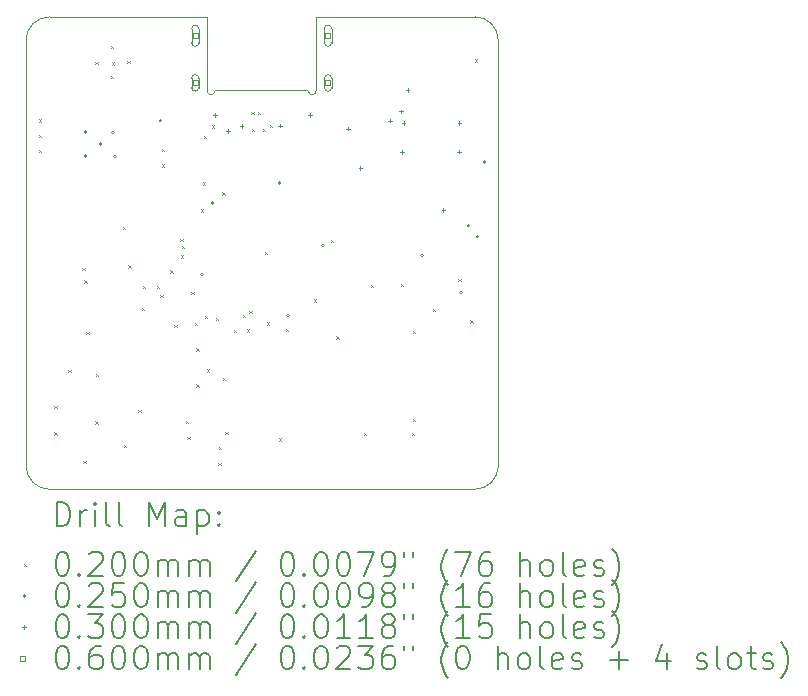
<source format=gbr>
%TF.GenerationSoftware,KiCad,Pcbnew,8.0.4*%
%TF.CreationDate,2024-10-04T00:05:07-04:00*%
%TF.ProjectId,BlueSTM32,426c7565-5354-44d3-9332-2e6b69636164,rev?*%
%TF.SameCoordinates,Original*%
%TF.FileFunction,Drillmap*%
%TF.FilePolarity,Positive*%
%FSLAX45Y45*%
G04 Gerber Fmt 4.5, Leading zero omitted, Abs format (unit mm)*
G04 Created by KiCad (PCBNEW 8.0.4) date 2024-10-04 00:05:07*
%MOMM*%
%LPD*%
G01*
G04 APERTURE LIST*
%ADD10C,0.010000*%
%ADD11C,0.200000*%
%ADD12C,0.100000*%
G04 APERTURE END LIST*
D10*
X19000000Y-13800000D02*
G75*
G02*
X18800000Y-14000000I-200000J0D01*
G01*
X18800000Y-10000000D02*
X17647000Y-10000000D01*
X15200000Y-14000000D02*
G75*
G02*
X15000000Y-13800000I0J200000D01*
G01*
X18800000Y-14000000D02*
X15200000Y-14000000D01*
X15000000Y-10200000D02*
G75*
G02*
X15200000Y-10000000I200000J0D01*
G01*
X15000000Y-13800000D02*
X15000000Y-10200000D01*
X18800000Y-10000000D02*
G75*
G02*
X19000000Y-10200000I0J-200000D01*
G01*
X16359000Y-10000000D02*
X15200000Y-10000000D01*
X19000000Y-10200000D02*
X19000000Y-13800000D01*
X17457000Y-10620000D02*
G75*
G02*
X17424500Y-10660000I-36250J-3750D01*
G01*
X17424500Y-10660000D02*
G75*
G02*
X17392000Y-10632000I-2250J30250D01*
G01*
X17377000Y-10620000D02*
G75*
G02*
X17392000Y-10632000I1500J-13500D01*
G01*
X16598000Y-10632000D02*
G75*
G02*
X16613000Y-10620000I13500J-1500D01*
G01*
X16598000Y-10632000D02*
G75*
G02*
X16565500Y-10660000I-30250J2250D01*
G01*
X16565500Y-10660000D02*
G75*
G02*
X16533000Y-10620000I3750J36250D01*
G01*
X17647000Y-10000000D02*
X17457000Y-10000000D01*
X17457000Y-10000000D02*
X17457000Y-10620000D01*
X17377000Y-10620000D02*
X16613000Y-10620000D01*
X16533000Y-10620000D02*
X16533000Y-10000000D01*
X16533000Y-10000000D02*
X16359000Y-10000000D01*
D11*
D12*
X15108000Y-11125000D02*
X15128000Y-11145000D01*
X15128000Y-11125000D02*
X15108000Y-11145000D01*
X15109000Y-10869000D02*
X15129000Y-10889000D01*
X15129000Y-10869000D02*
X15109000Y-10889000D01*
X15109000Y-10998000D02*
X15129000Y-11018000D01*
X15129000Y-10998000D02*
X15109000Y-11018000D01*
X15241000Y-13295000D02*
X15261000Y-13315000D01*
X15261000Y-13295000D02*
X15241000Y-13315000D01*
X15241000Y-13519000D02*
X15261000Y-13539000D01*
X15261000Y-13519000D02*
X15241000Y-13539000D01*
X15360000Y-12987000D02*
X15380000Y-13007000D01*
X15380000Y-12987000D02*
X15360000Y-13007000D01*
X15478500Y-12127000D02*
X15498500Y-12147000D01*
X15498500Y-12127000D02*
X15478500Y-12147000D01*
X15485500Y-13760000D02*
X15505500Y-13780000D01*
X15505500Y-13760000D02*
X15485500Y-13780000D01*
X15493500Y-12230000D02*
X15513500Y-12250000D01*
X15513500Y-12230000D02*
X15493500Y-12250000D01*
X15510500Y-12666000D02*
X15530500Y-12686000D01*
X15530500Y-12666000D02*
X15510500Y-12686000D01*
X15587500Y-13425000D02*
X15607500Y-13445000D01*
X15607500Y-13425000D02*
X15587500Y-13445000D01*
X15588000Y-10382000D02*
X15608000Y-10402000D01*
X15608000Y-10382000D02*
X15588000Y-10402000D01*
X15590500Y-13023000D02*
X15610500Y-13043000D01*
X15610500Y-13023000D02*
X15590500Y-13043000D01*
X15719000Y-10248000D02*
X15739000Y-10268000D01*
X15739000Y-10248000D02*
X15719000Y-10268000D01*
X15721000Y-10497000D02*
X15741000Y-10517000D01*
X15741000Y-10497000D02*
X15721000Y-10517000D01*
X15725000Y-10385000D02*
X15745000Y-10405000D01*
X15745000Y-10385000D02*
X15725000Y-10405000D01*
X15818000Y-11776000D02*
X15838000Y-11796000D01*
X15838000Y-11776000D02*
X15818000Y-11796000D01*
X15828000Y-13626000D02*
X15848000Y-13646000D01*
X15848000Y-13626000D02*
X15828000Y-13646000D01*
X15858000Y-10375000D02*
X15878000Y-10395000D01*
X15878000Y-10375000D02*
X15858000Y-10395000D01*
X15868000Y-12105000D02*
X15888000Y-12125000D01*
X15888000Y-12105000D02*
X15868000Y-12125000D01*
X15952000Y-13326000D02*
X15972000Y-13346000D01*
X15972000Y-13326000D02*
X15952000Y-13346000D01*
X15982000Y-12466000D02*
X16002000Y-12486000D01*
X16002000Y-12466000D02*
X15982000Y-12486000D01*
X15989000Y-12278000D02*
X16009000Y-12298000D01*
X16009000Y-12278000D02*
X15989000Y-12298000D01*
X16110000Y-12278000D02*
X16130000Y-12298000D01*
X16130000Y-12278000D02*
X16110000Y-12298000D01*
X16137000Y-12353000D02*
X16157000Y-12373000D01*
X16157000Y-12353000D02*
X16137000Y-12373000D01*
X16149000Y-11250000D02*
X16169000Y-11270000D01*
X16169000Y-11250000D02*
X16149000Y-11270000D01*
X16150000Y-11119000D02*
X16170000Y-11139000D01*
X16170000Y-11119000D02*
X16150000Y-11139000D01*
X16222000Y-12146000D02*
X16242000Y-12166000D01*
X16242000Y-12146000D02*
X16222000Y-12166000D01*
X16255000Y-12610000D02*
X16275000Y-12630000D01*
X16275000Y-12610000D02*
X16255000Y-12630000D01*
X16307000Y-11880000D02*
X16327000Y-11900000D01*
X16327000Y-11880000D02*
X16307000Y-11900000D01*
X16311292Y-12018292D02*
X16331292Y-12038292D01*
X16331292Y-12018292D02*
X16311292Y-12038292D01*
X16318241Y-11940632D02*
X16338241Y-11960632D01*
X16338241Y-11940632D02*
X16318241Y-11960632D01*
X16354000Y-13421000D02*
X16374000Y-13441000D01*
X16374000Y-13421000D02*
X16354000Y-13441000D01*
X16367000Y-13557000D02*
X16387000Y-13577000D01*
X16387000Y-13557000D02*
X16367000Y-13577000D01*
X16400000Y-12328000D02*
X16420000Y-12348000D01*
X16420000Y-12328000D02*
X16400000Y-12348000D01*
X16432000Y-12591000D02*
X16452000Y-12611000D01*
X16452000Y-12591000D02*
X16432000Y-12611000D01*
X16443000Y-12806000D02*
X16463000Y-12826000D01*
X16463000Y-12806000D02*
X16443000Y-12826000D01*
X16443000Y-13111000D02*
X16463000Y-13131000D01*
X16463000Y-13111000D02*
X16443000Y-13131000D01*
X16481000Y-11631000D02*
X16501000Y-11651000D01*
X16501000Y-11631000D02*
X16481000Y-11651000D01*
X16495500Y-11401500D02*
X16515500Y-11421500D01*
X16515500Y-11401500D02*
X16495500Y-11421500D01*
X16505000Y-11010000D02*
X16525000Y-11030000D01*
X16525000Y-11010000D02*
X16505000Y-11030000D01*
X16513000Y-12529000D02*
X16533000Y-12549000D01*
X16533000Y-12529000D02*
X16513000Y-12549000D01*
X16529000Y-12985000D02*
X16549000Y-13005000D01*
X16549000Y-12985000D02*
X16529000Y-13005000D01*
X16572000Y-10920000D02*
X16592000Y-10940000D01*
X16592000Y-10920000D02*
X16572000Y-10940000D01*
X16608000Y-12547000D02*
X16628000Y-12567000D01*
X16628000Y-12547000D02*
X16608000Y-12567000D01*
X16630000Y-13778000D02*
X16650000Y-13798000D01*
X16650000Y-13778000D02*
X16630000Y-13798000D01*
X16631000Y-13641000D02*
X16651000Y-13661000D01*
X16651000Y-13641000D02*
X16631000Y-13661000D01*
X16664000Y-11487000D02*
X16684000Y-11507000D01*
X16684000Y-11487000D02*
X16664000Y-11507000D01*
X16666000Y-13055000D02*
X16686000Y-13075000D01*
X16686000Y-13055000D02*
X16666000Y-13075000D01*
X16688000Y-13513000D02*
X16708000Y-13533000D01*
X16708000Y-13513000D02*
X16688000Y-13533000D01*
X16760000Y-12649000D02*
X16780000Y-12669000D01*
X16780000Y-12649000D02*
X16760000Y-12669000D01*
X16838000Y-12525000D02*
X16858000Y-12545000D01*
X16858000Y-12525000D02*
X16838000Y-12545000D01*
X16871000Y-12645000D02*
X16891000Y-12665000D01*
X16891000Y-12645000D02*
X16871000Y-12665000D01*
X16891000Y-12488000D02*
X16911000Y-12508000D01*
X16911000Y-12488000D02*
X16891000Y-12508000D01*
X16907500Y-10802000D02*
X16927500Y-10822000D01*
X16927500Y-10802000D02*
X16907500Y-10822000D01*
X16911000Y-10950000D02*
X16931000Y-10970000D01*
X16931000Y-10950000D02*
X16911000Y-10970000D01*
X16962500Y-10802000D02*
X16982500Y-10822000D01*
X16982500Y-10802000D02*
X16962500Y-10822000D01*
X17006000Y-10949000D02*
X17026000Y-10969000D01*
X17026000Y-10949000D02*
X17006000Y-10969000D01*
X17025000Y-11988000D02*
X17045000Y-12008000D01*
X17045000Y-11988000D02*
X17025000Y-12008000D01*
X17038000Y-12587000D02*
X17058000Y-12607000D01*
X17058000Y-12587000D02*
X17038000Y-12607000D01*
X17064000Y-10917000D02*
X17084000Y-10937000D01*
X17084000Y-10917000D02*
X17064000Y-10937000D01*
X17143000Y-13570000D02*
X17163000Y-13590000D01*
X17163000Y-13570000D02*
X17143000Y-13590000D01*
X17202000Y-12640000D02*
X17222000Y-12660000D01*
X17222000Y-12640000D02*
X17202000Y-12660000D01*
X17438000Y-12393000D02*
X17458000Y-12413000D01*
X17458000Y-12393000D02*
X17438000Y-12413000D01*
X17582000Y-11886000D02*
X17602000Y-11906000D01*
X17602000Y-11886000D02*
X17582000Y-11906000D01*
X17628000Y-12706000D02*
X17648000Y-12726000D01*
X17648000Y-12706000D02*
X17628000Y-12726000D01*
X17859000Y-13521000D02*
X17879000Y-13541000D01*
X17879000Y-13521000D02*
X17859000Y-13541000D01*
X17919000Y-12270000D02*
X17939000Y-12290000D01*
X17939000Y-12270000D02*
X17919000Y-12290000D01*
X18176000Y-12262000D02*
X18196000Y-12282000D01*
X18196000Y-12262000D02*
X18176000Y-12282000D01*
X18266250Y-13520250D02*
X18286250Y-13540250D01*
X18286250Y-13520250D02*
X18266250Y-13540250D01*
X18274250Y-12660250D02*
X18294250Y-12680250D01*
X18294250Y-12660250D02*
X18274250Y-12680250D01*
X18276250Y-13403250D02*
X18296250Y-13423250D01*
X18296250Y-13403250D02*
X18276250Y-13423250D01*
X18444000Y-12473000D02*
X18464000Y-12493000D01*
X18464000Y-12473000D02*
X18444000Y-12493000D01*
X18662000Y-12216000D02*
X18682000Y-12236000D01*
X18682000Y-12216000D02*
X18662000Y-12236000D01*
X18761250Y-12570250D02*
X18781250Y-12590250D01*
X18781250Y-12570250D02*
X18761250Y-12590250D01*
X18799000Y-10361000D02*
X18819000Y-10381000D01*
X18819000Y-10361000D02*
X18799000Y-10381000D01*
X15516500Y-10975000D02*
G75*
G02*
X15491500Y-10975000I-12500J0D01*
G01*
X15491500Y-10975000D02*
G75*
G02*
X15516500Y-10975000I12500J0D01*
G01*
X15516500Y-11177000D02*
G75*
G02*
X15491500Y-11177000I-12500J0D01*
G01*
X15491500Y-11177000D02*
G75*
G02*
X15516500Y-11177000I12500J0D01*
G01*
X15644500Y-11074000D02*
G75*
G02*
X15619500Y-11074000I-12500J0D01*
G01*
X15619500Y-11074000D02*
G75*
G02*
X15644500Y-11074000I12500J0D01*
G01*
X15750500Y-10977000D02*
G75*
G02*
X15725500Y-10977000I-12500J0D01*
G01*
X15725500Y-10977000D02*
G75*
G02*
X15750500Y-10977000I12500J0D01*
G01*
X15766500Y-11180000D02*
G75*
G02*
X15741500Y-11180000I-12500J0D01*
G01*
X15741500Y-11180000D02*
G75*
G02*
X15766500Y-11180000I12500J0D01*
G01*
X16150500Y-10879000D02*
G75*
G02*
X16125500Y-10879000I-12500J0D01*
G01*
X16125500Y-10879000D02*
G75*
G02*
X16150500Y-10879000I12500J0D01*
G01*
X16503500Y-12180000D02*
G75*
G02*
X16478500Y-12180000I-12500J0D01*
G01*
X16478500Y-12180000D02*
G75*
G02*
X16503500Y-12180000I12500J0D01*
G01*
X16592500Y-11576000D02*
G75*
G02*
X16567500Y-11576000I-12500J0D01*
G01*
X16567500Y-11576000D02*
G75*
G02*
X16592500Y-11576000I12500J0D01*
G01*
X17158500Y-11408000D02*
G75*
G02*
X17133500Y-11408000I-12500J0D01*
G01*
X17133500Y-11408000D02*
G75*
G02*
X17158500Y-11408000I12500J0D01*
G01*
X17232500Y-12530000D02*
G75*
G02*
X17207500Y-12530000I-12500J0D01*
G01*
X17207500Y-12530000D02*
G75*
G02*
X17232500Y-12530000I12500J0D01*
G01*
X17529500Y-11937000D02*
G75*
G02*
X17504500Y-11937000I-12500J0D01*
G01*
X17504500Y-11937000D02*
G75*
G02*
X17529500Y-11937000I12500J0D01*
G01*
X18365500Y-12018000D02*
G75*
G02*
X18340500Y-12018000I-12500J0D01*
G01*
X18340500Y-12018000D02*
G75*
G02*
X18365500Y-12018000I12500J0D01*
G01*
X18695500Y-12335000D02*
G75*
G02*
X18670500Y-12335000I-12500J0D01*
G01*
X18670500Y-12335000D02*
G75*
G02*
X18695500Y-12335000I12500J0D01*
G01*
X18757500Y-11769000D02*
G75*
G02*
X18732500Y-11769000I-12500J0D01*
G01*
X18732500Y-11769000D02*
G75*
G02*
X18757500Y-11769000I12500J0D01*
G01*
X18833500Y-11862000D02*
G75*
G02*
X18808500Y-11862000I-12500J0D01*
G01*
X18808500Y-11862000D02*
G75*
G02*
X18833500Y-11862000I12500J0D01*
G01*
X18896500Y-11231000D02*
G75*
G02*
X18871500Y-11231000I-12500J0D01*
G01*
X18871500Y-11231000D02*
G75*
G02*
X18896500Y-11231000I12500J0D01*
G01*
X16602000Y-10815000D02*
X16602000Y-10845000D01*
X16587000Y-10830000D02*
X16617000Y-10830000D01*
X16712000Y-10952000D02*
X16712000Y-10982000D01*
X16697000Y-10967000D02*
X16727000Y-10967000D01*
X16826000Y-10909000D02*
X16826000Y-10939000D01*
X16811000Y-10924000D02*
X16841000Y-10924000D01*
X17150000Y-10906000D02*
X17150000Y-10936000D01*
X17135000Y-10921000D02*
X17165000Y-10921000D01*
X17407000Y-10817000D02*
X17407000Y-10847000D01*
X17392000Y-10832000D02*
X17422000Y-10832000D01*
X17725000Y-10932000D02*
X17725000Y-10962000D01*
X17710000Y-10947000D02*
X17740000Y-10947000D01*
X17832250Y-11266000D02*
X17832250Y-11296000D01*
X17817250Y-11281000D02*
X17847250Y-11281000D01*
X18081000Y-10864000D02*
X18081000Y-10894000D01*
X18066000Y-10879000D02*
X18096000Y-10879000D01*
X18174750Y-10785000D02*
X18174750Y-10815000D01*
X18159750Y-10800000D02*
X18189750Y-10800000D01*
X18185250Y-11130000D02*
X18185250Y-11160000D01*
X18170250Y-11145000D02*
X18200250Y-11145000D01*
X18197750Y-10884000D02*
X18197750Y-10914000D01*
X18182750Y-10899000D02*
X18212750Y-10899000D01*
X18231000Y-10603000D02*
X18231000Y-10633000D01*
X18216000Y-10618000D02*
X18246000Y-10618000D01*
X18535250Y-11622000D02*
X18535250Y-11652000D01*
X18520250Y-11637000D02*
X18550250Y-11637000D01*
X18668250Y-11127000D02*
X18668250Y-11157000D01*
X18653250Y-11142000D02*
X18683250Y-11142000D01*
X18669750Y-10886000D02*
X18669750Y-10916000D01*
X18654750Y-10901000D02*
X18684750Y-10901000D01*
X16454213Y-10181213D02*
X16454213Y-10138787D01*
X16411787Y-10138787D01*
X16411787Y-10181213D01*
X16454213Y-10181213D01*
X16463000Y-10220000D02*
X16463000Y-10100000D01*
X16403000Y-10100000D02*
G75*
G02*
X16463000Y-10100000I30000J0D01*
G01*
X16403000Y-10100000D02*
X16403000Y-10220000D01*
X16403000Y-10220000D02*
G75*
G03*
X16463000Y-10220000I30000J0D01*
G01*
X16454213Y-10581213D02*
X16454213Y-10538787D01*
X16411787Y-10538787D01*
X16411787Y-10581213D01*
X16454213Y-10581213D01*
X16463000Y-10600000D02*
X16463000Y-10520000D01*
X16403000Y-10520000D02*
G75*
G02*
X16463000Y-10520000I30000J0D01*
G01*
X16403000Y-10520000D02*
X16403000Y-10600000D01*
X16403000Y-10600000D02*
G75*
G03*
X16463000Y-10600000I30000J0D01*
G01*
X17578213Y-10181213D02*
X17578213Y-10138787D01*
X17535787Y-10138787D01*
X17535787Y-10181213D01*
X17578213Y-10181213D01*
X17587000Y-10220000D02*
X17587000Y-10100000D01*
X17527000Y-10100000D02*
G75*
G02*
X17587000Y-10100000I30000J0D01*
G01*
X17527000Y-10100000D02*
X17527000Y-10220000D01*
X17527000Y-10220000D02*
G75*
G03*
X17587000Y-10220000I30000J0D01*
G01*
X17578213Y-10581213D02*
X17578213Y-10538787D01*
X17535787Y-10538787D01*
X17535787Y-10581213D01*
X17578213Y-10581213D01*
X17587000Y-10600000D02*
X17587000Y-10520000D01*
X17527000Y-10520000D02*
G75*
G02*
X17587000Y-10520000I30000J0D01*
G01*
X17527000Y-10520000D02*
X17527000Y-10600000D01*
X17527000Y-10600000D02*
G75*
G03*
X17587000Y-10600000I30000J0D01*
G01*
D11*
X15260277Y-14311984D02*
X15260277Y-14111984D01*
X15260277Y-14111984D02*
X15307896Y-14111984D01*
X15307896Y-14111984D02*
X15336467Y-14121508D01*
X15336467Y-14121508D02*
X15355515Y-14140555D01*
X15355515Y-14140555D02*
X15365039Y-14159603D01*
X15365039Y-14159603D02*
X15374562Y-14197698D01*
X15374562Y-14197698D02*
X15374562Y-14226269D01*
X15374562Y-14226269D02*
X15365039Y-14264365D01*
X15365039Y-14264365D02*
X15355515Y-14283412D01*
X15355515Y-14283412D02*
X15336467Y-14302460D01*
X15336467Y-14302460D02*
X15307896Y-14311984D01*
X15307896Y-14311984D02*
X15260277Y-14311984D01*
X15460277Y-14311984D02*
X15460277Y-14178650D01*
X15460277Y-14216746D02*
X15469801Y-14197698D01*
X15469801Y-14197698D02*
X15479324Y-14188174D01*
X15479324Y-14188174D02*
X15498372Y-14178650D01*
X15498372Y-14178650D02*
X15517420Y-14178650D01*
X15584086Y-14311984D02*
X15584086Y-14178650D01*
X15584086Y-14111984D02*
X15574562Y-14121508D01*
X15574562Y-14121508D02*
X15584086Y-14131031D01*
X15584086Y-14131031D02*
X15593610Y-14121508D01*
X15593610Y-14121508D02*
X15584086Y-14111984D01*
X15584086Y-14111984D02*
X15584086Y-14131031D01*
X15707896Y-14311984D02*
X15688848Y-14302460D01*
X15688848Y-14302460D02*
X15679324Y-14283412D01*
X15679324Y-14283412D02*
X15679324Y-14111984D01*
X15812658Y-14311984D02*
X15793610Y-14302460D01*
X15793610Y-14302460D02*
X15784086Y-14283412D01*
X15784086Y-14283412D02*
X15784086Y-14111984D01*
X16041229Y-14311984D02*
X16041229Y-14111984D01*
X16041229Y-14111984D02*
X16107896Y-14254841D01*
X16107896Y-14254841D02*
X16174562Y-14111984D01*
X16174562Y-14111984D02*
X16174562Y-14311984D01*
X16355515Y-14311984D02*
X16355515Y-14207222D01*
X16355515Y-14207222D02*
X16345991Y-14188174D01*
X16345991Y-14188174D02*
X16326943Y-14178650D01*
X16326943Y-14178650D02*
X16288848Y-14178650D01*
X16288848Y-14178650D02*
X16269801Y-14188174D01*
X16355515Y-14302460D02*
X16336467Y-14311984D01*
X16336467Y-14311984D02*
X16288848Y-14311984D01*
X16288848Y-14311984D02*
X16269801Y-14302460D01*
X16269801Y-14302460D02*
X16260277Y-14283412D01*
X16260277Y-14283412D02*
X16260277Y-14264365D01*
X16260277Y-14264365D02*
X16269801Y-14245317D01*
X16269801Y-14245317D02*
X16288848Y-14235793D01*
X16288848Y-14235793D02*
X16336467Y-14235793D01*
X16336467Y-14235793D02*
X16355515Y-14226269D01*
X16450753Y-14178650D02*
X16450753Y-14378650D01*
X16450753Y-14188174D02*
X16469801Y-14178650D01*
X16469801Y-14178650D02*
X16507896Y-14178650D01*
X16507896Y-14178650D02*
X16526943Y-14188174D01*
X16526943Y-14188174D02*
X16536467Y-14197698D01*
X16536467Y-14197698D02*
X16545991Y-14216746D01*
X16545991Y-14216746D02*
X16545991Y-14273888D01*
X16545991Y-14273888D02*
X16536467Y-14292936D01*
X16536467Y-14292936D02*
X16526943Y-14302460D01*
X16526943Y-14302460D02*
X16507896Y-14311984D01*
X16507896Y-14311984D02*
X16469801Y-14311984D01*
X16469801Y-14311984D02*
X16450753Y-14302460D01*
X16631705Y-14292936D02*
X16641229Y-14302460D01*
X16641229Y-14302460D02*
X16631705Y-14311984D01*
X16631705Y-14311984D02*
X16622182Y-14302460D01*
X16622182Y-14302460D02*
X16631705Y-14292936D01*
X16631705Y-14292936D02*
X16631705Y-14311984D01*
X16631705Y-14188174D02*
X16641229Y-14197698D01*
X16641229Y-14197698D02*
X16631705Y-14207222D01*
X16631705Y-14207222D02*
X16622182Y-14197698D01*
X16622182Y-14197698D02*
X16631705Y-14188174D01*
X16631705Y-14188174D02*
X16631705Y-14207222D01*
D12*
X14979500Y-14630500D02*
X14999500Y-14650500D01*
X14999500Y-14630500D02*
X14979500Y-14650500D01*
D11*
X15298372Y-14531984D02*
X15317420Y-14531984D01*
X15317420Y-14531984D02*
X15336467Y-14541508D01*
X15336467Y-14541508D02*
X15345991Y-14551031D01*
X15345991Y-14551031D02*
X15355515Y-14570079D01*
X15355515Y-14570079D02*
X15365039Y-14608174D01*
X15365039Y-14608174D02*
X15365039Y-14655793D01*
X15365039Y-14655793D02*
X15355515Y-14693888D01*
X15355515Y-14693888D02*
X15345991Y-14712936D01*
X15345991Y-14712936D02*
X15336467Y-14722460D01*
X15336467Y-14722460D02*
X15317420Y-14731984D01*
X15317420Y-14731984D02*
X15298372Y-14731984D01*
X15298372Y-14731984D02*
X15279324Y-14722460D01*
X15279324Y-14722460D02*
X15269801Y-14712936D01*
X15269801Y-14712936D02*
X15260277Y-14693888D01*
X15260277Y-14693888D02*
X15250753Y-14655793D01*
X15250753Y-14655793D02*
X15250753Y-14608174D01*
X15250753Y-14608174D02*
X15260277Y-14570079D01*
X15260277Y-14570079D02*
X15269801Y-14551031D01*
X15269801Y-14551031D02*
X15279324Y-14541508D01*
X15279324Y-14541508D02*
X15298372Y-14531984D01*
X15450753Y-14712936D02*
X15460277Y-14722460D01*
X15460277Y-14722460D02*
X15450753Y-14731984D01*
X15450753Y-14731984D02*
X15441229Y-14722460D01*
X15441229Y-14722460D02*
X15450753Y-14712936D01*
X15450753Y-14712936D02*
X15450753Y-14731984D01*
X15536467Y-14551031D02*
X15545991Y-14541508D01*
X15545991Y-14541508D02*
X15565039Y-14531984D01*
X15565039Y-14531984D02*
X15612658Y-14531984D01*
X15612658Y-14531984D02*
X15631705Y-14541508D01*
X15631705Y-14541508D02*
X15641229Y-14551031D01*
X15641229Y-14551031D02*
X15650753Y-14570079D01*
X15650753Y-14570079D02*
X15650753Y-14589127D01*
X15650753Y-14589127D02*
X15641229Y-14617698D01*
X15641229Y-14617698D02*
X15526943Y-14731984D01*
X15526943Y-14731984D02*
X15650753Y-14731984D01*
X15774562Y-14531984D02*
X15793610Y-14531984D01*
X15793610Y-14531984D02*
X15812658Y-14541508D01*
X15812658Y-14541508D02*
X15822182Y-14551031D01*
X15822182Y-14551031D02*
X15831705Y-14570079D01*
X15831705Y-14570079D02*
X15841229Y-14608174D01*
X15841229Y-14608174D02*
X15841229Y-14655793D01*
X15841229Y-14655793D02*
X15831705Y-14693888D01*
X15831705Y-14693888D02*
X15822182Y-14712936D01*
X15822182Y-14712936D02*
X15812658Y-14722460D01*
X15812658Y-14722460D02*
X15793610Y-14731984D01*
X15793610Y-14731984D02*
X15774562Y-14731984D01*
X15774562Y-14731984D02*
X15755515Y-14722460D01*
X15755515Y-14722460D02*
X15745991Y-14712936D01*
X15745991Y-14712936D02*
X15736467Y-14693888D01*
X15736467Y-14693888D02*
X15726943Y-14655793D01*
X15726943Y-14655793D02*
X15726943Y-14608174D01*
X15726943Y-14608174D02*
X15736467Y-14570079D01*
X15736467Y-14570079D02*
X15745991Y-14551031D01*
X15745991Y-14551031D02*
X15755515Y-14541508D01*
X15755515Y-14541508D02*
X15774562Y-14531984D01*
X15965039Y-14531984D02*
X15984086Y-14531984D01*
X15984086Y-14531984D02*
X16003134Y-14541508D01*
X16003134Y-14541508D02*
X16012658Y-14551031D01*
X16012658Y-14551031D02*
X16022182Y-14570079D01*
X16022182Y-14570079D02*
X16031705Y-14608174D01*
X16031705Y-14608174D02*
X16031705Y-14655793D01*
X16031705Y-14655793D02*
X16022182Y-14693888D01*
X16022182Y-14693888D02*
X16012658Y-14712936D01*
X16012658Y-14712936D02*
X16003134Y-14722460D01*
X16003134Y-14722460D02*
X15984086Y-14731984D01*
X15984086Y-14731984D02*
X15965039Y-14731984D01*
X15965039Y-14731984D02*
X15945991Y-14722460D01*
X15945991Y-14722460D02*
X15936467Y-14712936D01*
X15936467Y-14712936D02*
X15926943Y-14693888D01*
X15926943Y-14693888D02*
X15917420Y-14655793D01*
X15917420Y-14655793D02*
X15917420Y-14608174D01*
X15917420Y-14608174D02*
X15926943Y-14570079D01*
X15926943Y-14570079D02*
X15936467Y-14551031D01*
X15936467Y-14551031D02*
X15945991Y-14541508D01*
X15945991Y-14541508D02*
X15965039Y-14531984D01*
X16117420Y-14731984D02*
X16117420Y-14598650D01*
X16117420Y-14617698D02*
X16126943Y-14608174D01*
X16126943Y-14608174D02*
X16145991Y-14598650D01*
X16145991Y-14598650D02*
X16174563Y-14598650D01*
X16174563Y-14598650D02*
X16193610Y-14608174D01*
X16193610Y-14608174D02*
X16203134Y-14627222D01*
X16203134Y-14627222D02*
X16203134Y-14731984D01*
X16203134Y-14627222D02*
X16212658Y-14608174D01*
X16212658Y-14608174D02*
X16231705Y-14598650D01*
X16231705Y-14598650D02*
X16260277Y-14598650D01*
X16260277Y-14598650D02*
X16279324Y-14608174D01*
X16279324Y-14608174D02*
X16288848Y-14627222D01*
X16288848Y-14627222D02*
X16288848Y-14731984D01*
X16384086Y-14731984D02*
X16384086Y-14598650D01*
X16384086Y-14617698D02*
X16393610Y-14608174D01*
X16393610Y-14608174D02*
X16412658Y-14598650D01*
X16412658Y-14598650D02*
X16441229Y-14598650D01*
X16441229Y-14598650D02*
X16460277Y-14608174D01*
X16460277Y-14608174D02*
X16469801Y-14627222D01*
X16469801Y-14627222D02*
X16469801Y-14731984D01*
X16469801Y-14627222D02*
X16479324Y-14608174D01*
X16479324Y-14608174D02*
X16498372Y-14598650D01*
X16498372Y-14598650D02*
X16526943Y-14598650D01*
X16526943Y-14598650D02*
X16545991Y-14608174D01*
X16545991Y-14608174D02*
X16555515Y-14627222D01*
X16555515Y-14627222D02*
X16555515Y-14731984D01*
X16945991Y-14522460D02*
X16774563Y-14779603D01*
X17203134Y-14531984D02*
X17222182Y-14531984D01*
X17222182Y-14531984D02*
X17241229Y-14541508D01*
X17241229Y-14541508D02*
X17250753Y-14551031D01*
X17250753Y-14551031D02*
X17260277Y-14570079D01*
X17260277Y-14570079D02*
X17269801Y-14608174D01*
X17269801Y-14608174D02*
X17269801Y-14655793D01*
X17269801Y-14655793D02*
X17260277Y-14693888D01*
X17260277Y-14693888D02*
X17250753Y-14712936D01*
X17250753Y-14712936D02*
X17241229Y-14722460D01*
X17241229Y-14722460D02*
X17222182Y-14731984D01*
X17222182Y-14731984D02*
X17203134Y-14731984D01*
X17203134Y-14731984D02*
X17184087Y-14722460D01*
X17184087Y-14722460D02*
X17174563Y-14712936D01*
X17174563Y-14712936D02*
X17165039Y-14693888D01*
X17165039Y-14693888D02*
X17155515Y-14655793D01*
X17155515Y-14655793D02*
X17155515Y-14608174D01*
X17155515Y-14608174D02*
X17165039Y-14570079D01*
X17165039Y-14570079D02*
X17174563Y-14551031D01*
X17174563Y-14551031D02*
X17184087Y-14541508D01*
X17184087Y-14541508D02*
X17203134Y-14531984D01*
X17355515Y-14712936D02*
X17365039Y-14722460D01*
X17365039Y-14722460D02*
X17355515Y-14731984D01*
X17355515Y-14731984D02*
X17345991Y-14722460D01*
X17345991Y-14722460D02*
X17355515Y-14712936D01*
X17355515Y-14712936D02*
X17355515Y-14731984D01*
X17488848Y-14531984D02*
X17507896Y-14531984D01*
X17507896Y-14531984D02*
X17526944Y-14541508D01*
X17526944Y-14541508D02*
X17536468Y-14551031D01*
X17536468Y-14551031D02*
X17545991Y-14570079D01*
X17545991Y-14570079D02*
X17555515Y-14608174D01*
X17555515Y-14608174D02*
X17555515Y-14655793D01*
X17555515Y-14655793D02*
X17545991Y-14693888D01*
X17545991Y-14693888D02*
X17536468Y-14712936D01*
X17536468Y-14712936D02*
X17526944Y-14722460D01*
X17526944Y-14722460D02*
X17507896Y-14731984D01*
X17507896Y-14731984D02*
X17488848Y-14731984D01*
X17488848Y-14731984D02*
X17469801Y-14722460D01*
X17469801Y-14722460D02*
X17460277Y-14712936D01*
X17460277Y-14712936D02*
X17450753Y-14693888D01*
X17450753Y-14693888D02*
X17441229Y-14655793D01*
X17441229Y-14655793D02*
X17441229Y-14608174D01*
X17441229Y-14608174D02*
X17450753Y-14570079D01*
X17450753Y-14570079D02*
X17460277Y-14551031D01*
X17460277Y-14551031D02*
X17469801Y-14541508D01*
X17469801Y-14541508D02*
X17488848Y-14531984D01*
X17679325Y-14531984D02*
X17698372Y-14531984D01*
X17698372Y-14531984D02*
X17717420Y-14541508D01*
X17717420Y-14541508D02*
X17726944Y-14551031D01*
X17726944Y-14551031D02*
X17736468Y-14570079D01*
X17736468Y-14570079D02*
X17745991Y-14608174D01*
X17745991Y-14608174D02*
X17745991Y-14655793D01*
X17745991Y-14655793D02*
X17736468Y-14693888D01*
X17736468Y-14693888D02*
X17726944Y-14712936D01*
X17726944Y-14712936D02*
X17717420Y-14722460D01*
X17717420Y-14722460D02*
X17698372Y-14731984D01*
X17698372Y-14731984D02*
X17679325Y-14731984D01*
X17679325Y-14731984D02*
X17660277Y-14722460D01*
X17660277Y-14722460D02*
X17650753Y-14712936D01*
X17650753Y-14712936D02*
X17641229Y-14693888D01*
X17641229Y-14693888D02*
X17631706Y-14655793D01*
X17631706Y-14655793D02*
X17631706Y-14608174D01*
X17631706Y-14608174D02*
X17641229Y-14570079D01*
X17641229Y-14570079D02*
X17650753Y-14551031D01*
X17650753Y-14551031D02*
X17660277Y-14541508D01*
X17660277Y-14541508D02*
X17679325Y-14531984D01*
X17812658Y-14531984D02*
X17945991Y-14531984D01*
X17945991Y-14531984D02*
X17860277Y-14731984D01*
X18031706Y-14731984D02*
X18069801Y-14731984D01*
X18069801Y-14731984D02*
X18088849Y-14722460D01*
X18088849Y-14722460D02*
X18098372Y-14712936D01*
X18098372Y-14712936D02*
X18117420Y-14684365D01*
X18117420Y-14684365D02*
X18126944Y-14646269D01*
X18126944Y-14646269D02*
X18126944Y-14570079D01*
X18126944Y-14570079D02*
X18117420Y-14551031D01*
X18117420Y-14551031D02*
X18107896Y-14541508D01*
X18107896Y-14541508D02*
X18088849Y-14531984D01*
X18088849Y-14531984D02*
X18050753Y-14531984D01*
X18050753Y-14531984D02*
X18031706Y-14541508D01*
X18031706Y-14541508D02*
X18022182Y-14551031D01*
X18022182Y-14551031D02*
X18012658Y-14570079D01*
X18012658Y-14570079D02*
X18012658Y-14617698D01*
X18012658Y-14617698D02*
X18022182Y-14636746D01*
X18022182Y-14636746D02*
X18031706Y-14646269D01*
X18031706Y-14646269D02*
X18050753Y-14655793D01*
X18050753Y-14655793D02*
X18088849Y-14655793D01*
X18088849Y-14655793D02*
X18107896Y-14646269D01*
X18107896Y-14646269D02*
X18117420Y-14636746D01*
X18117420Y-14636746D02*
X18126944Y-14617698D01*
X18203134Y-14531984D02*
X18203134Y-14570079D01*
X18279325Y-14531984D02*
X18279325Y-14570079D01*
X18574563Y-14808174D02*
X18565039Y-14798650D01*
X18565039Y-14798650D02*
X18545991Y-14770079D01*
X18545991Y-14770079D02*
X18536468Y-14751031D01*
X18536468Y-14751031D02*
X18526944Y-14722460D01*
X18526944Y-14722460D02*
X18517420Y-14674841D01*
X18517420Y-14674841D02*
X18517420Y-14636746D01*
X18517420Y-14636746D02*
X18526944Y-14589127D01*
X18526944Y-14589127D02*
X18536468Y-14560555D01*
X18536468Y-14560555D02*
X18545991Y-14541508D01*
X18545991Y-14541508D02*
X18565039Y-14512936D01*
X18565039Y-14512936D02*
X18574563Y-14503412D01*
X18631706Y-14531984D02*
X18765039Y-14531984D01*
X18765039Y-14531984D02*
X18679325Y-14731984D01*
X18926944Y-14531984D02*
X18888849Y-14531984D01*
X18888849Y-14531984D02*
X18869801Y-14541508D01*
X18869801Y-14541508D02*
X18860277Y-14551031D01*
X18860277Y-14551031D02*
X18841230Y-14579603D01*
X18841230Y-14579603D02*
X18831706Y-14617698D01*
X18831706Y-14617698D02*
X18831706Y-14693888D01*
X18831706Y-14693888D02*
X18841230Y-14712936D01*
X18841230Y-14712936D02*
X18850753Y-14722460D01*
X18850753Y-14722460D02*
X18869801Y-14731984D01*
X18869801Y-14731984D02*
X18907896Y-14731984D01*
X18907896Y-14731984D02*
X18926944Y-14722460D01*
X18926944Y-14722460D02*
X18936468Y-14712936D01*
X18936468Y-14712936D02*
X18945991Y-14693888D01*
X18945991Y-14693888D02*
X18945991Y-14646269D01*
X18945991Y-14646269D02*
X18936468Y-14627222D01*
X18936468Y-14627222D02*
X18926944Y-14617698D01*
X18926944Y-14617698D02*
X18907896Y-14608174D01*
X18907896Y-14608174D02*
X18869801Y-14608174D01*
X18869801Y-14608174D02*
X18850753Y-14617698D01*
X18850753Y-14617698D02*
X18841230Y-14627222D01*
X18841230Y-14627222D02*
X18831706Y-14646269D01*
X19184087Y-14731984D02*
X19184087Y-14531984D01*
X19269801Y-14731984D02*
X19269801Y-14627222D01*
X19269801Y-14627222D02*
X19260277Y-14608174D01*
X19260277Y-14608174D02*
X19241230Y-14598650D01*
X19241230Y-14598650D02*
X19212658Y-14598650D01*
X19212658Y-14598650D02*
X19193611Y-14608174D01*
X19193611Y-14608174D02*
X19184087Y-14617698D01*
X19393611Y-14731984D02*
X19374563Y-14722460D01*
X19374563Y-14722460D02*
X19365039Y-14712936D01*
X19365039Y-14712936D02*
X19355515Y-14693888D01*
X19355515Y-14693888D02*
X19355515Y-14636746D01*
X19355515Y-14636746D02*
X19365039Y-14617698D01*
X19365039Y-14617698D02*
X19374563Y-14608174D01*
X19374563Y-14608174D02*
X19393611Y-14598650D01*
X19393611Y-14598650D02*
X19422182Y-14598650D01*
X19422182Y-14598650D02*
X19441230Y-14608174D01*
X19441230Y-14608174D02*
X19450753Y-14617698D01*
X19450753Y-14617698D02*
X19460277Y-14636746D01*
X19460277Y-14636746D02*
X19460277Y-14693888D01*
X19460277Y-14693888D02*
X19450753Y-14712936D01*
X19450753Y-14712936D02*
X19441230Y-14722460D01*
X19441230Y-14722460D02*
X19422182Y-14731984D01*
X19422182Y-14731984D02*
X19393611Y-14731984D01*
X19574563Y-14731984D02*
X19555515Y-14722460D01*
X19555515Y-14722460D02*
X19545992Y-14703412D01*
X19545992Y-14703412D02*
X19545992Y-14531984D01*
X19726944Y-14722460D02*
X19707896Y-14731984D01*
X19707896Y-14731984D02*
X19669801Y-14731984D01*
X19669801Y-14731984D02*
X19650753Y-14722460D01*
X19650753Y-14722460D02*
X19641230Y-14703412D01*
X19641230Y-14703412D02*
X19641230Y-14627222D01*
X19641230Y-14627222D02*
X19650753Y-14608174D01*
X19650753Y-14608174D02*
X19669801Y-14598650D01*
X19669801Y-14598650D02*
X19707896Y-14598650D01*
X19707896Y-14598650D02*
X19726944Y-14608174D01*
X19726944Y-14608174D02*
X19736468Y-14627222D01*
X19736468Y-14627222D02*
X19736468Y-14646269D01*
X19736468Y-14646269D02*
X19641230Y-14665317D01*
X19812658Y-14722460D02*
X19831706Y-14731984D01*
X19831706Y-14731984D02*
X19869801Y-14731984D01*
X19869801Y-14731984D02*
X19888849Y-14722460D01*
X19888849Y-14722460D02*
X19898373Y-14703412D01*
X19898373Y-14703412D02*
X19898373Y-14693888D01*
X19898373Y-14693888D02*
X19888849Y-14674841D01*
X19888849Y-14674841D02*
X19869801Y-14665317D01*
X19869801Y-14665317D02*
X19841230Y-14665317D01*
X19841230Y-14665317D02*
X19822182Y-14655793D01*
X19822182Y-14655793D02*
X19812658Y-14636746D01*
X19812658Y-14636746D02*
X19812658Y-14627222D01*
X19812658Y-14627222D02*
X19822182Y-14608174D01*
X19822182Y-14608174D02*
X19841230Y-14598650D01*
X19841230Y-14598650D02*
X19869801Y-14598650D01*
X19869801Y-14598650D02*
X19888849Y-14608174D01*
X19965039Y-14808174D02*
X19974563Y-14798650D01*
X19974563Y-14798650D02*
X19993611Y-14770079D01*
X19993611Y-14770079D02*
X20003134Y-14751031D01*
X20003134Y-14751031D02*
X20012658Y-14722460D01*
X20012658Y-14722460D02*
X20022182Y-14674841D01*
X20022182Y-14674841D02*
X20022182Y-14636746D01*
X20022182Y-14636746D02*
X20012658Y-14589127D01*
X20012658Y-14589127D02*
X20003134Y-14560555D01*
X20003134Y-14560555D02*
X19993611Y-14541508D01*
X19993611Y-14541508D02*
X19974563Y-14512936D01*
X19974563Y-14512936D02*
X19965039Y-14503412D01*
D12*
X14999500Y-14904500D02*
G75*
G02*
X14974500Y-14904500I-12500J0D01*
G01*
X14974500Y-14904500D02*
G75*
G02*
X14999500Y-14904500I12500J0D01*
G01*
D11*
X15298372Y-14795984D02*
X15317420Y-14795984D01*
X15317420Y-14795984D02*
X15336467Y-14805508D01*
X15336467Y-14805508D02*
X15345991Y-14815031D01*
X15345991Y-14815031D02*
X15355515Y-14834079D01*
X15355515Y-14834079D02*
X15365039Y-14872174D01*
X15365039Y-14872174D02*
X15365039Y-14919793D01*
X15365039Y-14919793D02*
X15355515Y-14957888D01*
X15355515Y-14957888D02*
X15345991Y-14976936D01*
X15345991Y-14976936D02*
X15336467Y-14986460D01*
X15336467Y-14986460D02*
X15317420Y-14995984D01*
X15317420Y-14995984D02*
X15298372Y-14995984D01*
X15298372Y-14995984D02*
X15279324Y-14986460D01*
X15279324Y-14986460D02*
X15269801Y-14976936D01*
X15269801Y-14976936D02*
X15260277Y-14957888D01*
X15260277Y-14957888D02*
X15250753Y-14919793D01*
X15250753Y-14919793D02*
X15250753Y-14872174D01*
X15250753Y-14872174D02*
X15260277Y-14834079D01*
X15260277Y-14834079D02*
X15269801Y-14815031D01*
X15269801Y-14815031D02*
X15279324Y-14805508D01*
X15279324Y-14805508D02*
X15298372Y-14795984D01*
X15450753Y-14976936D02*
X15460277Y-14986460D01*
X15460277Y-14986460D02*
X15450753Y-14995984D01*
X15450753Y-14995984D02*
X15441229Y-14986460D01*
X15441229Y-14986460D02*
X15450753Y-14976936D01*
X15450753Y-14976936D02*
X15450753Y-14995984D01*
X15536467Y-14815031D02*
X15545991Y-14805508D01*
X15545991Y-14805508D02*
X15565039Y-14795984D01*
X15565039Y-14795984D02*
X15612658Y-14795984D01*
X15612658Y-14795984D02*
X15631705Y-14805508D01*
X15631705Y-14805508D02*
X15641229Y-14815031D01*
X15641229Y-14815031D02*
X15650753Y-14834079D01*
X15650753Y-14834079D02*
X15650753Y-14853127D01*
X15650753Y-14853127D02*
X15641229Y-14881698D01*
X15641229Y-14881698D02*
X15526943Y-14995984D01*
X15526943Y-14995984D02*
X15650753Y-14995984D01*
X15831705Y-14795984D02*
X15736467Y-14795984D01*
X15736467Y-14795984D02*
X15726943Y-14891222D01*
X15726943Y-14891222D02*
X15736467Y-14881698D01*
X15736467Y-14881698D02*
X15755515Y-14872174D01*
X15755515Y-14872174D02*
X15803134Y-14872174D01*
X15803134Y-14872174D02*
X15822182Y-14881698D01*
X15822182Y-14881698D02*
X15831705Y-14891222D01*
X15831705Y-14891222D02*
X15841229Y-14910269D01*
X15841229Y-14910269D02*
X15841229Y-14957888D01*
X15841229Y-14957888D02*
X15831705Y-14976936D01*
X15831705Y-14976936D02*
X15822182Y-14986460D01*
X15822182Y-14986460D02*
X15803134Y-14995984D01*
X15803134Y-14995984D02*
X15755515Y-14995984D01*
X15755515Y-14995984D02*
X15736467Y-14986460D01*
X15736467Y-14986460D02*
X15726943Y-14976936D01*
X15965039Y-14795984D02*
X15984086Y-14795984D01*
X15984086Y-14795984D02*
X16003134Y-14805508D01*
X16003134Y-14805508D02*
X16012658Y-14815031D01*
X16012658Y-14815031D02*
X16022182Y-14834079D01*
X16022182Y-14834079D02*
X16031705Y-14872174D01*
X16031705Y-14872174D02*
X16031705Y-14919793D01*
X16031705Y-14919793D02*
X16022182Y-14957888D01*
X16022182Y-14957888D02*
X16012658Y-14976936D01*
X16012658Y-14976936D02*
X16003134Y-14986460D01*
X16003134Y-14986460D02*
X15984086Y-14995984D01*
X15984086Y-14995984D02*
X15965039Y-14995984D01*
X15965039Y-14995984D02*
X15945991Y-14986460D01*
X15945991Y-14986460D02*
X15936467Y-14976936D01*
X15936467Y-14976936D02*
X15926943Y-14957888D01*
X15926943Y-14957888D02*
X15917420Y-14919793D01*
X15917420Y-14919793D02*
X15917420Y-14872174D01*
X15917420Y-14872174D02*
X15926943Y-14834079D01*
X15926943Y-14834079D02*
X15936467Y-14815031D01*
X15936467Y-14815031D02*
X15945991Y-14805508D01*
X15945991Y-14805508D02*
X15965039Y-14795984D01*
X16117420Y-14995984D02*
X16117420Y-14862650D01*
X16117420Y-14881698D02*
X16126943Y-14872174D01*
X16126943Y-14872174D02*
X16145991Y-14862650D01*
X16145991Y-14862650D02*
X16174563Y-14862650D01*
X16174563Y-14862650D02*
X16193610Y-14872174D01*
X16193610Y-14872174D02*
X16203134Y-14891222D01*
X16203134Y-14891222D02*
X16203134Y-14995984D01*
X16203134Y-14891222D02*
X16212658Y-14872174D01*
X16212658Y-14872174D02*
X16231705Y-14862650D01*
X16231705Y-14862650D02*
X16260277Y-14862650D01*
X16260277Y-14862650D02*
X16279324Y-14872174D01*
X16279324Y-14872174D02*
X16288848Y-14891222D01*
X16288848Y-14891222D02*
X16288848Y-14995984D01*
X16384086Y-14995984D02*
X16384086Y-14862650D01*
X16384086Y-14881698D02*
X16393610Y-14872174D01*
X16393610Y-14872174D02*
X16412658Y-14862650D01*
X16412658Y-14862650D02*
X16441229Y-14862650D01*
X16441229Y-14862650D02*
X16460277Y-14872174D01*
X16460277Y-14872174D02*
X16469801Y-14891222D01*
X16469801Y-14891222D02*
X16469801Y-14995984D01*
X16469801Y-14891222D02*
X16479324Y-14872174D01*
X16479324Y-14872174D02*
X16498372Y-14862650D01*
X16498372Y-14862650D02*
X16526943Y-14862650D01*
X16526943Y-14862650D02*
X16545991Y-14872174D01*
X16545991Y-14872174D02*
X16555515Y-14891222D01*
X16555515Y-14891222D02*
X16555515Y-14995984D01*
X16945991Y-14786460D02*
X16774563Y-15043603D01*
X17203134Y-14795984D02*
X17222182Y-14795984D01*
X17222182Y-14795984D02*
X17241229Y-14805508D01*
X17241229Y-14805508D02*
X17250753Y-14815031D01*
X17250753Y-14815031D02*
X17260277Y-14834079D01*
X17260277Y-14834079D02*
X17269801Y-14872174D01*
X17269801Y-14872174D02*
X17269801Y-14919793D01*
X17269801Y-14919793D02*
X17260277Y-14957888D01*
X17260277Y-14957888D02*
X17250753Y-14976936D01*
X17250753Y-14976936D02*
X17241229Y-14986460D01*
X17241229Y-14986460D02*
X17222182Y-14995984D01*
X17222182Y-14995984D02*
X17203134Y-14995984D01*
X17203134Y-14995984D02*
X17184087Y-14986460D01*
X17184087Y-14986460D02*
X17174563Y-14976936D01*
X17174563Y-14976936D02*
X17165039Y-14957888D01*
X17165039Y-14957888D02*
X17155515Y-14919793D01*
X17155515Y-14919793D02*
X17155515Y-14872174D01*
X17155515Y-14872174D02*
X17165039Y-14834079D01*
X17165039Y-14834079D02*
X17174563Y-14815031D01*
X17174563Y-14815031D02*
X17184087Y-14805508D01*
X17184087Y-14805508D02*
X17203134Y-14795984D01*
X17355515Y-14976936D02*
X17365039Y-14986460D01*
X17365039Y-14986460D02*
X17355515Y-14995984D01*
X17355515Y-14995984D02*
X17345991Y-14986460D01*
X17345991Y-14986460D02*
X17355515Y-14976936D01*
X17355515Y-14976936D02*
X17355515Y-14995984D01*
X17488848Y-14795984D02*
X17507896Y-14795984D01*
X17507896Y-14795984D02*
X17526944Y-14805508D01*
X17526944Y-14805508D02*
X17536468Y-14815031D01*
X17536468Y-14815031D02*
X17545991Y-14834079D01*
X17545991Y-14834079D02*
X17555515Y-14872174D01*
X17555515Y-14872174D02*
X17555515Y-14919793D01*
X17555515Y-14919793D02*
X17545991Y-14957888D01*
X17545991Y-14957888D02*
X17536468Y-14976936D01*
X17536468Y-14976936D02*
X17526944Y-14986460D01*
X17526944Y-14986460D02*
X17507896Y-14995984D01*
X17507896Y-14995984D02*
X17488848Y-14995984D01*
X17488848Y-14995984D02*
X17469801Y-14986460D01*
X17469801Y-14986460D02*
X17460277Y-14976936D01*
X17460277Y-14976936D02*
X17450753Y-14957888D01*
X17450753Y-14957888D02*
X17441229Y-14919793D01*
X17441229Y-14919793D02*
X17441229Y-14872174D01*
X17441229Y-14872174D02*
X17450753Y-14834079D01*
X17450753Y-14834079D02*
X17460277Y-14815031D01*
X17460277Y-14815031D02*
X17469801Y-14805508D01*
X17469801Y-14805508D02*
X17488848Y-14795984D01*
X17679325Y-14795984D02*
X17698372Y-14795984D01*
X17698372Y-14795984D02*
X17717420Y-14805508D01*
X17717420Y-14805508D02*
X17726944Y-14815031D01*
X17726944Y-14815031D02*
X17736468Y-14834079D01*
X17736468Y-14834079D02*
X17745991Y-14872174D01*
X17745991Y-14872174D02*
X17745991Y-14919793D01*
X17745991Y-14919793D02*
X17736468Y-14957888D01*
X17736468Y-14957888D02*
X17726944Y-14976936D01*
X17726944Y-14976936D02*
X17717420Y-14986460D01*
X17717420Y-14986460D02*
X17698372Y-14995984D01*
X17698372Y-14995984D02*
X17679325Y-14995984D01*
X17679325Y-14995984D02*
X17660277Y-14986460D01*
X17660277Y-14986460D02*
X17650753Y-14976936D01*
X17650753Y-14976936D02*
X17641229Y-14957888D01*
X17641229Y-14957888D02*
X17631706Y-14919793D01*
X17631706Y-14919793D02*
X17631706Y-14872174D01*
X17631706Y-14872174D02*
X17641229Y-14834079D01*
X17641229Y-14834079D02*
X17650753Y-14815031D01*
X17650753Y-14815031D02*
X17660277Y-14805508D01*
X17660277Y-14805508D02*
X17679325Y-14795984D01*
X17841229Y-14995984D02*
X17879325Y-14995984D01*
X17879325Y-14995984D02*
X17898372Y-14986460D01*
X17898372Y-14986460D02*
X17907896Y-14976936D01*
X17907896Y-14976936D02*
X17926944Y-14948365D01*
X17926944Y-14948365D02*
X17936468Y-14910269D01*
X17936468Y-14910269D02*
X17936468Y-14834079D01*
X17936468Y-14834079D02*
X17926944Y-14815031D01*
X17926944Y-14815031D02*
X17917420Y-14805508D01*
X17917420Y-14805508D02*
X17898372Y-14795984D01*
X17898372Y-14795984D02*
X17860277Y-14795984D01*
X17860277Y-14795984D02*
X17841229Y-14805508D01*
X17841229Y-14805508D02*
X17831706Y-14815031D01*
X17831706Y-14815031D02*
X17822182Y-14834079D01*
X17822182Y-14834079D02*
X17822182Y-14881698D01*
X17822182Y-14881698D02*
X17831706Y-14900746D01*
X17831706Y-14900746D02*
X17841229Y-14910269D01*
X17841229Y-14910269D02*
X17860277Y-14919793D01*
X17860277Y-14919793D02*
X17898372Y-14919793D01*
X17898372Y-14919793D02*
X17917420Y-14910269D01*
X17917420Y-14910269D02*
X17926944Y-14900746D01*
X17926944Y-14900746D02*
X17936468Y-14881698D01*
X18050753Y-14881698D02*
X18031706Y-14872174D01*
X18031706Y-14872174D02*
X18022182Y-14862650D01*
X18022182Y-14862650D02*
X18012658Y-14843603D01*
X18012658Y-14843603D02*
X18012658Y-14834079D01*
X18012658Y-14834079D02*
X18022182Y-14815031D01*
X18022182Y-14815031D02*
X18031706Y-14805508D01*
X18031706Y-14805508D02*
X18050753Y-14795984D01*
X18050753Y-14795984D02*
X18088849Y-14795984D01*
X18088849Y-14795984D02*
X18107896Y-14805508D01*
X18107896Y-14805508D02*
X18117420Y-14815031D01*
X18117420Y-14815031D02*
X18126944Y-14834079D01*
X18126944Y-14834079D02*
X18126944Y-14843603D01*
X18126944Y-14843603D02*
X18117420Y-14862650D01*
X18117420Y-14862650D02*
X18107896Y-14872174D01*
X18107896Y-14872174D02*
X18088849Y-14881698D01*
X18088849Y-14881698D02*
X18050753Y-14881698D01*
X18050753Y-14881698D02*
X18031706Y-14891222D01*
X18031706Y-14891222D02*
X18022182Y-14900746D01*
X18022182Y-14900746D02*
X18012658Y-14919793D01*
X18012658Y-14919793D02*
X18012658Y-14957888D01*
X18012658Y-14957888D02*
X18022182Y-14976936D01*
X18022182Y-14976936D02*
X18031706Y-14986460D01*
X18031706Y-14986460D02*
X18050753Y-14995984D01*
X18050753Y-14995984D02*
X18088849Y-14995984D01*
X18088849Y-14995984D02*
X18107896Y-14986460D01*
X18107896Y-14986460D02*
X18117420Y-14976936D01*
X18117420Y-14976936D02*
X18126944Y-14957888D01*
X18126944Y-14957888D02*
X18126944Y-14919793D01*
X18126944Y-14919793D02*
X18117420Y-14900746D01*
X18117420Y-14900746D02*
X18107896Y-14891222D01*
X18107896Y-14891222D02*
X18088849Y-14881698D01*
X18203134Y-14795984D02*
X18203134Y-14834079D01*
X18279325Y-14795984D02*
X18279325Y-14834079D01*
X18574563Y-15072174D02*
X18565039Y-15062650D01*
X18565039Y-15062650D02*
X18545991Y-15034079D01*
X18545991Y-15034079D02*
X18536468Y-15015031D01*
X18536468Y-15015031D02*
X18526944Y-14986460D01*
X18526944Y-14986460D02*
X18517420Y-14938841D01*
X18517420Y-14938841D02*
X18517420Y-14900746D01*
X18517420Y-14900746D02*
X18526944Y-14853127D01*
X18526944Y-14853127D02*
X18536468Y-14824555D01*
X18536468Y-14824555D02*
X18545991Y-14805508D01*
X18545991Y-14805508D02*
X18565039Y-14776936D01*
X18565039Y-14776936D02*
X18574563Y-14767412D01*
X18755515Y-14995984D02*
X18641230Y-14995984D01*
X18698372Y-14995984D02*
X18698372Y-14795984D01*
X18698372Y-14795984D02*
X18679325Y-14824555D01*
X18679325Y-14824555D02*
X18660277Y-14843603D01*
X18660277Y-14843603D02*
X18641230Y-14853127D01*
X18926944Y-14795984D02*
X18888849Y-14795984D01*
X18888849Y-14795984D02*
X18869801Y-14805508D01*
X18869801Y-14805508D02*
X18860277Y-14815031D01*
X18860277Y-14815031D02*
X18841230Y-14843603D01*
X18841230Y-14843603D02*
X18831706Y-14881698D01*
X18831706Y-14881698D02*
X18831706Y-14957888D01*
X18831706Y-14957888D02*
X18841230Y-14976936D01*
X18841230Y-14976936D02*
X18850753Y-14986460D01*
X18850753Y-14986460D02*
X18869801Y-14995984D01*
X18869801Y-14995984D02*
X18907896Y-14995984D01*
X18907896Y-14995984D02*
X18926944Y-14986460D01*
X18926944Y-14986460D02*
X18936468Y-14976936D01*
X18936468Y-14976936D02*
X18945991Y-14957888D01*
X18945991Y-14957888D02*
X18945991Y-14910269D01*
X18945991Y-14910269D02*
X18936468Y-14891222D01*
X18936468Y-14891222D02*
X18926944Y-14881698D01*
X18926944Y-14881698D02*
X18907896Y-14872174D01*
X18907896Y-14872174D02*
X18869801Y-14872174D01*
X18869801Y-14872174D02*
X18850753Y-14881698D01*
X18850753Y-14881698D02*
X18841230Y-14891222D01*
X18841230Y-14891222D02*
X18831706Y-14910269D01*
X19184087Y-14995984D02*
X19184087Y-14795984D01*
X19269801Y-14995984D02*
X19269801Y-14891222D01*
X19269801Y-14891222D02*
X19260277Y-14872174D01*
X19260277Y-14872174D02*
X19241230Y-14862650D01*
X19241230Y-14862650D02*
X19212658Y-14862650D01*
X19212658Y-14862650D02*
X19193611Y-14872174D01*
X19193611Y-14872174D02*
X19184087Y-14881698D01*
X19393611Y-14995984D02*
X19374563Y-14986460D01*
X19374563Y-14986460D02*
X19365039Y-14976936D01*
X19365039Y-14976936D02*
X19355515Y-14957888D01*
X19355515Y-14957888D02*
X19355515Y-14900746D01*
X19355515Y-14900746D02*
X19365039Y-14881698D01*
X19365039Y-14881698D02*
X19374563Y-14872174D01*
X19374563Y-14872174D02*
X19393611Y-14862650D01*
X19393611Y-14862650D02*
X19422182Y-14862650D01*
X19422182Y-14862650D02*
X19441230Y-14872174D01*
X19441230Y-14872174D02*
X19450753Y-14881698D01*
X19450753Y-14881698D02*
X19460277Y-14900746D01*
X19460277Y-14900746D02*
X19460277Y-14957888D01*
X19460277Y-14957888D02*
X19450753Y-14976936D01*
X19450753Y-14976936D02*
X19441230Y-14986460D01*
X19441230Y-14986460D02*
X19422182Y-14995984D01*
X19422182Y-14995984D02*
X19393611Y-14995984D01*
X19574563Y-14995984D02*
X19555515Y-14986460D01*
X19555515Y-14986460D02*
X19545992Y-14967412D01*
X19545992Y-14967412D02*
X19545992Y-14795984D01*
X19726944Y-14986460D02*
X19707896Y-14995984D01*
X19707896Y-14995984D02*
X19669801Y-14995984D01*
X19669801Y-14995984D02*
X19650753Y-14986460D01*
X19650753Y-14986460D02*
X19641230Y-14967412D01*
X19641230Y-14967412D02*
X19641230Y-14891222D01*
X19641230Y-14891222D02*
X19650753Y-14872174D01*
X19650753Y-14872174D02*
X19669801Y-14862650D01*
X19669801Y-14862650D02*
X19707896Y-14862650D01*
X19707896Y-14862650D02*
X19726944Y-14872174D01*
X19726944Y-14872174D02*
X19736468Y-14891222D01*
X19736468Y-14891222D02*
X19736468Y-14910269D01*
X19736468Y-14910269D02*
X19641230Y-14929317D01*
X19812658Y-14986460D02*
X19831706Y-14995984D01*
X19831706Y-14995984D02*
X19869801Y-14995984D01*
X19869801Y-14995984D02*
X19888849Y-14986460D01*
X19888849Y-14986460D02*
X19898373Y-14967412D01*
X19898373Y-14967412D02*
X19898373Y-14957888D01*
X19898373Y-14957888D02*
X19888849Y-14938841D01*
X19888849Y-14938841D02*
X19869801Y-14929317D01*
X19869801Y-14929317D02*
X19841230Y-14929317D01*
X19841230Y-14929317D02*
X19822182Y-14919793D01*
X19822182Y-14919793D02*
X19812658Y-14900746D01*
X19812658Y-14900746D02*
X19812658Y-14891222D01*
X19812658Y-14891222D02*
X19822182Y-14872174D01*
X19822182Y-14872174D02*
X19841230Y-14862650D01*
X19841230Y-14862650D02*
X19869801Y-14862650D01*
X19869801Y-14862650D02*
X19888849Y-14872174D01*
X19965039Y-15072174D02*
X19974563Y-15062650D01*
X19974563Y-15062650D02*
X19993611Y-15034079D01*
X19993611Y-15034079D02*
X20003134Y-15015031D01*
X20003134Y-15015031D02*
X20012658Y-14986460D01*
X20012658Y-14986460D02*
X20022182Y-14938841D01*
X20022182Y-14938841D02*
X20022182Y-14900746D01*
X20022182Y-14900746D02*
X20012658Y-14853127D01*
X20012658Y-14853127D02*
X20003134Y-14824555D01*
X20003134Y-14824555D02*
X19993611Y-14805508D01*
X19993611Y-14805508D02*
X19974563Y-14776936D01*
X19974563Y-14776936D02*
X19965039Y-14767412D01*
D12*
X14984500Y-15153500D02*
X14984500Y-15183500D01*
X14969500Y-15168500D02*
X14999500Y-15168500D01*
D11*
X15298372Y-15059984D02*
X15317420Y-15059984D01*
X15317420Y-15059984D02*
X15336467Y-15069508D01*
X15336467Y-15069508D02*
X15345991Y-15079031D01*
X15345991Y-15079031D02*
X15355515Y-15098079D01*
X15355515Y-15098079D02*
X15365039Y-15136174D01*
X15365039Y-15136174D02*
X15365039Y-15183793D01*
X15365039Y-15183793D02*
X15355515Y-15221888D01*
X15355515Y-15221888D02*
X15345991Y-15240936D01*
X15345991Y-15240936D02*
X15336467Y-15250460D01*
X15336467Y-15250460D02*
X15317420Y-15259984D01*
X15317420Y-15259984D02*
X15298372Y-15259984D01*
X15298372Y-15259984D02*
X15279324Y-15250460D01*
X15279324Y-15250460D02*
X15269801Y-15240936D01*
X15269801Y-15240936D02*
X15260277Y-15221888D01*
X15260277Y-15221888D02*
X15250753Y-15183793D01*
X15250753Y-15183793D02*
X15250753Y-15136174D01*
X15250753Y-15136174D02*
X15260277Y-15098079D01*
X15260277Y-15098079D02*
X15269801Y-15079031D01*
X15269801Y-15079031D02*
X15279324Y-15069508D01*
X15279324Y-15069508D02*
X15298372Y-15059984D01*
X15450753Y-15240936D02*
X15460277Y-15250460D01*
X15460277Y-15250460D02*
X15450753Y-15259984D01*
X15450753Y-15259984D02*
X15441229Y-15250460D01*
X15441229Y-15250460D02*
X15450753Y-15240936D01*
X15450753Y-15240936D02*
X15450753Y-15259984D01*
X15526943Y-15059984D02*
X15650753Y-15059984D01*
X15650753Y-15059984D02*
X15584086Y-15136174D01*
X15584086Y-15136174D02*
X15612658Y-15136174D01*
X15612658Y-15136174D02*
X15631705Y-15145698D01*
X15631705Y-15145698D02*
X15641229Y-15155222D01*
X15641229Y-15155222D02*
X15650753Y-15174269D01*
X15650753Y-15174269D02*
X15650753Y-15221888D01*
X15650753Y-15221888D02*
X15641229Y-15240936D01*
X15641229Y-15240936D02*
X15631705Y-15250460D01*
X15631705Y-15250460D02*
X15612658Y-15259984D01*
X15612658Y-15259984D02*
X15555515Y-15259984D01*
X15555515Y-15259984D02*
X15536467Y-15250460D01*
X15536467Y-15250460D02*
X15526943Y-15240936D01*
X15774562Y-15059984D02*
X15793610Y-15059984D01*
X15793610Y-15059984D02*
X15812658Y-15069508D01*
X15812658Y-15069508D02*
X15822182Y-15079031D01*
X15822182Y-15079031D02*
X15831705Y-15098079D01*
X15831705Y-15098079D02*
X15841229Y-15136174D01*
X15841229Y-15136174D02*
X15841229Y-15183793D01*
X15841229Y-15183793D02*
X15831705Y-15221888D01*
X15831705Y-15221888D02*
X15822182Y-15240936D01*
X15822182Y-15240936D02*
X15812658Y-15250460D01*
X15812658Y-15250460D02*
X15793610Y-15259984D01*
X15793610Y-15259984D02*
X15774562Y-15259984D01*
X15774562Y-15259984D02*
X15755515Y-15250460D01*
X15755515Y-15250460D02*
X15745991Y-15240936D01*
X15745991Y-15240936D02*
X15736467Y-15221888D01*
X15736467Y-15221888D02*
X15726943Y-15183793D01*
X15726943Y-15183793D02*
X15726943Y-15136174D01*
X15726943Y-15136174D02*
X15736467Y-15098079D01*
X15736467Y-15098079D02*
X15745991Y-15079031D01*
X15745991Y-15079031D02*
X15755515Y-15069508D01*
X15755515Y-15069508D02*
X15774562Y-15059984D01*
X15965039Y-15059984D02*
X15984086Y-15059984D01*
X15984086Y-15059984D02*
X16003134Y-15069508D01*
X16003134Y-15069508D02*
X16012658Y-15079031D01*
X16012658Y-15079031D02*
X16022182Y-15098079D01*
X16022182Y-15098079D02*
X16031705Y-15136174D01*
X16031705Y-15136174D02*
X16031705Y-15183793D01*
X16031705Y-15183793D02*
X16022182Y-15221888D01*
X16022182Y-15221888D02*
X16012658Y-15240936D01*
X16012658Y-15240936D02*
X16003134Y-15250460D01*
X16003134Y-15250460D02*
X15984086Y-15259984D01*
X15984086Y-15259984D02*
X15965039Y-15259984D01*
X15965039Y-15259984D02*
X15945991Y-15250460D01*
X15945991Y-15250460D02*
X15936467Y-15240936D01*
X15936467Y-15240936D02*
X15926943Y-15221888D01*
X15926943Y-15221888D02*
X15917420Y-15183793D01*
X15917420Y-15183793D02*
X15917420Y-15136174D01*
X15917420Y-15136174D02*
X15926943Y-15098079D01*
X15926943Y-15098079D02*
X15936467Y-15079031D01*
X15936467Y-15079031D02*
X15945991Y-15069508D01*
X15945991Y-15069508D02*
X15965039Y-15059984D01*
X16117420Y-15259984D02*
X16117420Y-15126650D01*
X16117420Y-15145698D02*
X16126943Y-15136174D01*
X16126943Y-15136174D02*
X16145991Y-15126650D01*
X16145991Y-15126650D02*
X16174563Y-15126650D01*
X16174563Y-15126650D02*
X16193610Y-15136174D01*
X16193610Y-15136174D02*
X16203134Y-15155222D01*
X16203134Y-15155222D02*
X16203134Y-15259984D01*
X16203134Y-15155222D02*
X16212658Y-15136174D01*
X16212658Y-15136174D02*
X16231705Y-15126650D01*
X16231705Y-15126650D02*
X16260277Y-15126650D01*
X16260277Y-15126650D02*
X16279324Y-15136174D01*
X16279324Y-15136174D02*
X16288848Y-15155222D01*
X16288848Y-15155222D02*
X16288848Y-15259984D01*
X16384086Y-15259984D02*
X16384086Y-15126650D01*
X16384086Y-15145698D02*
X16393610Y-15136174D01*
X16393610Y-15136174D02*
X16412658Y-15126650D01*
X16412658Y-15126650D02*
X16441229Y-15126650D01*
X16441229Y-15126650D02*
X16460277Y-15136174D01*
X16460277Y-15136174D02*
X16469801Y-15155222D01*
X16469801Y-15155222D02*
X16469801Y-15259984D01*
X16469801Y-15155222D02*
X16479324Y-15136174D01*
X16479324Y-15136174D02*
X16498372Y-15126650D01*
X16498372Y-15126650D02*
X16526943Y-15126650D01*
X16526943Y-15126650D02*
X16545991Y-15136174D01*
X16545991Y-15136174D02*
X16555515Y-15155222D01*
X16555515Y-15155222D02*
X16555515Y-15259984D01*
X16945991Y-15050460D02*
X16774563Y-15307603D01*
X17203134Y-15059984D02*
X17222182Y-15059984D01*
X17222182Y-15059984D02*
X17241229Y-15069508D01*
X17241229Y-15069508D02*
X17250753Y-15079031D01*
X17250753Y-15079031D02*
X17260277Y-15098079D01*
X17260277Y-15098079D02*
X17269801Y-15136174D01*
X17269801Y-15136174D02*
X17269801Y-15183793D01*
X17269801Y-15183793D02*
X17260277Y-15221888D01*
X17260277Y-15221888D02*
X17250753Y-15240936D01*
X17250753Y-15240936D02*
X17241229Y-15250460D01*
X17241229Y-15250460D02*
X17222182Y-15259984D01*
X17222182Y-15259984D02*
X17203134Y-15259984D01*
X17203134Y-15259984D02*
X17184087Y-15250460D01*
X17184087Y-15250460D02*
X17174563Y-15240936D01*
X17174563Y-15240936D02*
X17165039Y-15221888D01*
X17165039Y-15221888D02*
X17155515Y-15183793D01*
X17155515Y-15183793D02*
X17155515Y-15136174D01*
X17155515Y-15136174D02*
X17165039Y-15098079D01*
X17165039Y-15098079D02*
X17174563Y-15079031D01*
X17174563Y-15079031D02*
X17184087Y-15069508D01*
X17184087Y-15069508D02*
X17203134Y-15059984D01*
X17355515Y-15240936D02*
X17365039Y-15250460D01*
X17365039Y-15250460D02*
X17355515Y-15259984D01*
X17355515Y-15259984D02*
X17345991Y-15250460D01*
X17345991Y-15250460D02*
X17355515Y-15240936D01*
X17355515Y-15240936D02*
X17355515Y-15259984D01*
X17488848Y-15059984D02*
X17507896Y-15059984D01*
X17507896Y-15059984D02*
X17526944Y-15069508D01*
X17526944Y-15069508D02*
X17536468Y-15079031D01*
X17536468Y-15079031D02*
X17545991Y-15098079D01*
X17545991Y-15098079D02*
X17555515Y-15136174D01*
X17555515Y-15136174D02*
X17555515Y-15183793D01*
X17555515Y-15183793D02*
X17545991Y-15221888D01*
X17545991Y-15221888D02*
X17536468Y-15240936D01*
X17536468Y-15240936D02*
X17526944Y-15250460D01*
X17526944Y-15250460D02*
X17507896Y-15259984D01*
X17507896Y-15259984D02*
X17488848Y-15259984D01*
X17488848Y-15259984D02*
X17469801Y-15250460D01*
X17469801Y-15250460D02*
X17460277Y-15240936D01*
X17460277Y-15240936D02*
X17450753Y-15221888D01*
X17450753Y-15221888D02*
X17441229Y-15183793D01*
X17441229Y-15183793D02*
X17441229Y-15136174D01*
X17441229Y-15136174D02*
X17450753Y-15098079D01*
X17450753Y-15098079D02*
X17460277Y-15079031D01*
X17460277Y-15079031D02*
X17469801Y-15069508D01*
X17469801Y-15069508D02*
X17488848Y-15059984D01*
X17745991Y-15259984D02*
X17631706Y-15259984D01*
X17688848Y-15259984D02*
X17688848Y-15059984D01*
X17688848Y-15059984D02*
X17669801Y-15088555D01*
X17669801Y-15088555D02*
X17650753Y-15107603D01*
X17650753Y-15107603D02*
X17631706Y-15117127D01*
X17936468Y-15259984D02*
X17822182Y-15259984D01*
X17879325Y-15259984D02*
X17879325Y-15059984D01*
X17879325Y-15059984D02*
X17860277Y-15088555D01*
X17860277Y-15088555D02*
X17841229Y-15107603D01*
X17841229Y-15107603D02*
X17822182Y-15117127D01*
X18050753Y-15145698D02*
X18031706Y-15136174D01*
X18031706Y-15136174D02*
X18022182Y-15126650D01*
X18022182Y-15126650D02*
X18012658Y-15107603D01*
X18012658Y-15107603D02*
X18012658Y-15098079D01*
X18012658Y-15098079D02*
X18022182Y-15079031D01*
X18022182Y-15079031D02*
X18031706Y-15069508D01*
X18031706Y-15069508D02*
X18050753Y-15059984D01*
X18050753Y-15059984D02*
X18088849Y-15059984D01*
X18088849Y-15059984D02*
X18107896Y-15069508D01*
X18107896Y-15069508D02*
X18117420Y-15079031D01*
X18117420Y-15079031D02*
X18126944Y-15098079D01*
X18126944Y-15098079D02*
X18126944Y-15107603D01*
X18126944Y-15107603D02*
X18117420Y-15126650D01*
X18117420Y-15126650D02*
X18107896Y-15136174D01*
X18107896Y-15136174D02*
X18088849Y-15145698D01*
X18088849Y-15145698D02*
X18050753Y-15145698D01*
X18050753Y-15145698D02*
X18031706Y-15155222D01*
X18031706Y-15155222D02*
X18022182Y-15164746D01*
X18022182Y-15164746D02*
X18012658Y-15183793D01*
X18012658Y-15183793D02*
X18012658Y-15221888D01*
X18012658Y-15221888D02*
X18022182Y-15240936D01*
X18022182Y-15240936D02*
X18031706Y-15250460D01*
X18031706Y-15250460D02*
X18050753Y-15259984D01*
X18050753Y-15259984D02*
X18088849Y-15259984D01*
X18088849Y-15259984D02*
X18107896Y-15250460D01*
X18107896Y-15250460D02*
X18117420Y-15240936D01*
X18117420Y-15240936D02*
X18126944Y-15221888D01*
X18126944Y-15221888D02*
X18126944Y-15183793D01*
X18126944Y-15183793D02*
X18117420Y-15164746D01*
X18117420Y-15164746D02*
X18107896Y-15155222D01*
X18107896Y-15155222D02*
X18088849Y-15145698D01*
X18203134Y-15059984D02*
X18203134Y-15098079D01*
X18279325Y-15059984D02*
X18279325Y-15098079D01*
X18574563Y-15336174D02*
X18565039Y-15326650D01*
X18565039Y-15326650D02*
X18545991Y-15298079D01*
X18545991Y-15298079D02*
X18536468Y-15279031D01*
X18536468Y-15279031D02*
X18526944Y-15250460D01*
X18526944Y-15250460D02*
X18517420Y-15202841D01*
X18517420Y-15202841D02*
X18517420Y-15164746D01*
X18517420Y-15164746D02*
X18526944Y-15117127D01*
X18526944Y-15117127D02*
X18536468Y-15088555D01*
X18536468Y-15088555D02*
X18545991Y-15069508D01*
X18545991Y-15069508D02*
X18565039Y-15040936D01*
X18565039Y-15040936D02*
X18574563Y-15031412D01*
X18755515Y-15259984D02*
X18641230Y-15259984D01*
X18698372Y-15259984D02*
X18698372Y-15059984D01*
X18698372Y-15059984D02*
X18679325Y-15088555D01*
X18679325Y-15088555D02*
X18660277Y-15107603D01*
X18660277Y-15107603D02*
X18641230Y-15117127D01*
X18936468Y-15059984D02*
X18841230Y-15059984D01*
X18841230Y-15059984D02*
X18831706Y-15155222D01*
X18831706Y-15155222D02*
X18841230Y-15145698D01*
X18841230Y-15145698D02*
X18860277Y-15136174D01*
X18860277Y-15136174D02*
X18907896Y-15136174D01*
X18907896Y-15136174D02*
X18926944Y-15145698D01*
X18926944Y-15145698D02*
X18936468Y-15155222D01*
X18936468Y-15155222D02*
X18945991Y-15174269D01*
X18945991Y-15174269D02*
X18945991Y-15221888D01*
X18945991Y-15221888D02*
X18936468Y-15240936D01*
X18936468Y-15240936D02*
X18926944Y-15250460D01*
X18926944Y-15250460D02*
X18907896Y-15259984D01*
X18907896Y-15259984D02*
X18860277Y-15259984D01*
X18860277Y-15259984D02*
X18841230Y-15250460D01*
X18841230Y-15250460D02*
X18831706Y-15240936D01*
X19184087Y-15259984D02*
X19184087Y-15059984D01*
X19269801Y-15259984D02*
X19269801Y-15155222D01*
X19269801Y-15155222D02*
X19260277Y-15136174D01*
X19260277Y-15136174D02*
X19241230Y-15126650D01*
X19241230Y-15126650D02*
X19212658Y-15126650D01*
X19212658Y-15126650D02*
X19193611Y-15136174D01*
X19193611Y-15136174D02*
X19184087Y-15145698D01*
X19393611Y-15259984D02*
X19374563Y-15250460D01*
X19374563Y-15250460D02*
X19365039Y-15240936D01*
X19365039Y-15240936D02*
X19355515Y-15221888D01*
X19355515Y-15221888D02*
X19355515Y-15164746D01*
X19355515Y-15164746D02*
X19365039Y-15145698D01*
X19365039Y-15145698D02*
X19374563Y-15136174D01*
X19374563Y-15136174D02*
X19393611Y-15126650D01*
X19393611Y-15126650D02*
X19422182Y-15126650D01*
X19422182Y-15126650D02*
X19441230Y-15136174D01*
X19441230Y-15136174D02*
X19450753Y-15145698D01*
X19450753Y-15145698D02*
X19460277Y-15164746D01*
X19460277Y-15164746D02*
X19460277Y-15221888D01*
X19460277Y-15221888D02*
X19450753Y-15240936D01*
X19450753Y-15240936D02*
X19441230Y-15250460D01*
X19441230Y-15250460D02*
X19422182Y-15259984D01*
X19422182Y-15259984D02*
X19393611Y-15259984D01*
X19574563Y-15259984D02*
X19555515Y-15250460D01*
X19555515Y-15250460D02*
X19545992Y-15231412D01*
X19545992Y-15231412D02*
X19545992Y-15059984D01*
X19726944Y-15250460D02*
X19707896Y-15259984D01*
X19707896Y-15259984D02*
X19669801Y-15259984D01*
X19669801Y-15259984D02*
X19650753Y-15250460D01*
X19650753Y-15250460D02*
X19641230Y-15231412D01*
X19641230Y-15231412D02*
X19641230Y-15155222D01*
X19641230Y-15155222D02*
X19650753Y-15136174D01*
X19650753Y-15136174D02*
X19669801Y-15126650D01*
X19669801Y-15126650D02*
X19707896Y-15126650D01*
X19707896Y-15126650D02*
X19726944Y-15136174D01*
X19726944Y-15136174D02*
X19736468Y-15155222D01*
X19736468Y-15155222D02*
X19736468Y-15174269D01*
X19736468Y-15174269D02*
X19641230Y-15193317D01*
X19812658Y-15250460D02*
X19831706Y-15259984D01*
X19831706Y-15259984D02*
X19869801Y-15259984D01*
X19869801Y-15259984D02*
X19888849Y-15250460D01*
X19888849Y-15250460D02*
X19898373Y-15231412D01*
X19898373Y-15231412D02*
X19898373Y-15221888D01*
X19898373Y-15221888D02*
X19888849Y-15202841D01*
X19888849Y-15202841D02*
X19869801Y-15193317D01*
X19869801Y-15193317D02*
X19841230Y-15193317D01*
X19841230Y-15193317D02*
X19822182Y-15183793D01*
X19822182Y-15183793D02*
X19812658Y-15164746D01*
X19812658Y-15164746D02*
X19812658Y-15155222D01*
X19812658Y-15155222D02*
X19822182Y-15136174D01*
X19822182Y-15136174D02*
X19841230Y-15126650D01*
X19841230Y-15126650D02*
X19869801Y-15126650D01*
X19869801Y-15126650D02*
X19888849Y-15136174D01*
X19965039Y-15336174D02*
X19974563Y-15326650D01*
X19974563Y-15326650D02*
X19993611Y-15298079D01*
X19993611Y-15298079D02*
X20003134Y-15279031D01*
X20003134Y-15279031D02*
X20012658Y-15250460D01*
X20012658Y-15250460D02*
X20022182Y-15202841D01*
X20022182Y-15202841D02*
X20022182Y-15164746D01*
X20022182Y-15164746D02*
X20012658Y-15117127D01*
X20012658Y-15117127D02*
X20003134Y-15088555D01*
X20003134Y-15088555D02*
X19993611Y-15069508D01*
X19993611Y-15069508D02*
X19974563Y-15040936D01*
X19974563Y-15040936D02*
X19965039Y-15031412D01*
D12*
X14990713Y-15453713D02*
X14990713Y-15411287D01*
X14948287Y-15411287D01*
X14948287Y-15453713D01*
X14990713Y-15453713D01*
D11*
X15298372Y-15323984D02*
X15317420Y-15323984D01*
X15317420Y-15323984D02*
X15336467Y-15333508D01*
X15336467Y-15333508D02*
X15345991Y-15343031D01*
X15345991Y-15343031D02*
X15355515Y-15362079D01*
X15355515Y-15362079D02*
X15365039Y-15400174D01*
X15365039Y-15400174D02*
X15365039Y-15447793D01*
X15365039Y-15447793D02*
X15355515Y-15485888D01*
X15355515Y-15485888D02*
X15345991Y-15504936D01*
X15345991Y-15504936D02*
X15336467Y-15514460D01*
X15336467Y-15514460D02*
X15317420Y-15523984D01*
X15317420Y-15523984D02*
X15298372Y-15523984D01*
X15298372Y-15523984D02*
X15279324Y-15514460D01*
X15279324Y-15514460D02*
X15269801Y-15504936D01*
X15269801Y-15504936D02*
X15260277Y-15485888D01*
X15260277Y-15485888D02*
X15250753Y-15447793D01*
X15250753Y-15447793D02*
X15250753Y-15400174D01*
X15250753Y-15400174D02*
X15260277Y-15362079D01*
X15260277Y-15362079D02*
X15269801Y-15343031D01*
X15269801Y-15343031D02*
X15279324Y-15333508D01*
X15279324Y-15333508D02*
X15298372Y-15323984D01*
X15450753Y-15504936D02*
X15460277Y-15514460D01*
X15460277Y-15514460D02*
X15450753Y-15523984D01*
X15450753Y-15523984D02*
X15441229Y-15514460D01*
X15441229Y-15514460D02*
X15450753Y-15504936D01*
X15450753Y-15504936D02*
X15450753Y-15523984D01*
X15631705Y-15323984D02*
X15593610Y-15323984D01*
X15593610Y-15323984D02*
X15574562Y-15333508D01*
X15574562Y-15333508D02*
X15565039Y-15343031D01*
X15565039Y-15343031D02*
X15545991Y-15371603D01*
X15545991Y-15371603D02*
X15536467Y-15409698D01*
X15536467Y-15409698D02*
X15536467Y-15485888D01*
X15536467Y-15485888D02*
X15545991Y-15504936D01*
X15545991Y-15504936D02*
X15555515Y-15514460D01*
X15555515Y-15514460D02*
X15574562Y-15523984D01*
X15574562Y-15523984D02*
X15612658Y-15523984D01*
X15612658Y-15523984D02*
X15631705Y-15514460D01*
X15631705Y-15514460D02*
X15641229Y-15504936D01*
X15641229Y-15504936D02*
X15650753Y-15485888D01*
X15650753Y-15485888D02*
X15650753Y-15438269D01*
X15650753Y-15438269D02*
X15641229Y-15419222D01*
X15641229Y-15419222D02*
X15631705Y-15409698D01*
X15631705Y-15409698D02*
X15612658Y-15400174D01*
X15612658Y-15400174D02*
X15574562Y-15400174D01*
X15574562Y-15400174D02*
X15555515Y-15409698D01*
X15555515Y-15409698D02*
X15545991Y-15419222D01*
X15545991Y-15419222D02*
X15536467Y-15438269D01*
X15774562Y-15323984D02*
X15793610Y-15323984D01*
X15793610Y-15323984D02*
X15812658Y-15333508D01*
X15812658Y-15333508D02*
X15822182Y-15343031D01*
X15822182Y-15343031D02*
X15831705Y-15362079D01*
X15831705Y-15362079D02*
X15841229Y-15400174D01*
X15841229Y-15400174D02*
X15841229Y-15447793D01*
X15841229Y-15447793D02*
X15831705Y-15485888D01*
X15831705Y-15485888D02*
X15822182Y-15504936D01*
X15822182Y-15504936D02*
X15812658Y-15514460D01*
X15812658Y-15514460D02*
X15793610Y-15523984D01*
X15793610Y-15523984D02*
X15774562Y-15523984D01*
X15774562Y-15523984D02*
X15755515Y-15514460D01*
X15755515Y-15514460D02*
X15745991Y-15504936D01*
X15745991Y-15504936D02*
X15736467Y-15485888D01*
X15736467Y-15485888D02*
X15726943Y-15447793D01*
X15726943Y-15447793D02*
X15726943Y-15400174D01*
X15726943Y-15400174D02*
X15736467Y-15362079D01*
X15736467Y-15362079D02*
X15745991Y-15343031D01*
X15745991Y-15343031D02*
X15755515Y-15333508D01*
X15755515Y-15333508D02*
X15774562Y-15323984D01*
X15965039Y-15323984D02*
X15984086Y-15323984D01*
X15984086Y-15323984D02*
X16003134Y-15333508D01*
X16003134Y-15333508D02*
X16012658Y-15343031D01*
X16012658Y-15343031D02*
X16022182Y-15362079D01*
X16022182Y-15362079D02*
X16031705Y-15400174D01*
X16031705Y-15400174D02*
X16031705Y-15447793D01*
X16031705Y-15447793D02*
X16022182Y-15485888D01*
X16022182Y-15485888D02*
X16012658Y-15504936D01*
X16012658Y-15504936D02*
X16003134Y-15514460D01*
X16003134Y-15514460D02*
X15984086Y-15523984D01*
X15984086Y-15523984D02*
X15965039Y-15523984D01*
X15965039Y-15523984D02*
X15945991Y-15514460D01*
X15945991Y-15514460D02*
X15936467Y-15504936D01*
X15936467Y-15504936D02*
X15926943Y-15485888D01*
X15926943Y-15485888D02*
X15917420Y-15447793D01*
X15917420Y-15447793D02*
X15917420Y-15400174D01*
X15917420Y-15400174D02*
X15926943Y-15362079D01*
X15926943Y-15362079D02*
X15936467Y-15343031D01*
X15936467Y-15343031D02*
X15945991Y-15333508D01*
X15945991Y-15333508D02*
X15965039Y-15323984D01*
X16117420Y-15523984D02*
X16117420Y-15390650D01*
X16117420Y-15409698D02*
X16126943Y-15400174D01*
X16126943Y-15400174D02*
X16145991Y-15390650D01*
X16145991Y-15390650D02*
X16174563Y-15390650D01*
X16174563Y-15390650D02*
X16193610Y-15400174D01*
X16193610Y-15400174D02*
X16203134Y-15419222D01*
X16203134Y-15419222D02*
X16203134Y-15523984D01*
X16203134Y-15419222D02*
X16212658Y-15400174D01*
X16212658Y-15400174D02*
X16231705Y-15390650D01*
X16231705Y-15390650D02*
X16260277Y-15390650D01*
X16260277Y-15390650D02*
X16279324Y-15400174D01*
X16279324Y-15400174D02*
X16288848Y-15419222D01*
X16288848Y-15419222D02*
X16288848Y-15523984D01*
X16384086Y-15523984D02*
X16384086Y-15390650D01*
X16384086Y-15409698D02*
X16393610Y-15400174D01*
X16393610Y-15400174D02*
X16412658Y-15390650D01*
X16412658Y-15390650D02*
X16441229Y-15390650D01*
X16441229Y-15390650D02*
X16460277Y-15400174D01*
X16460277Y-15400174D02*
X16469801Y-15419222D01*
X16469801Y-15419222D02*
X16469801Y-15523984D01*
X16469801Y-15419222D02*
X16479324Y-15400174D01*
X16479324Y-15400174D02*
X16498372Y-15390650D01*
X16498372Y-15390650D02*
X16526943Y-15390650D01*
X16526943Y-15390650D02*
X16545991Y-15400174D01*
X16545991Y-15400174D02*
X16555515Y-15419222D01*
X16555515Y-15419222D02*
X16555515Y-15523984D01*
X16945991Y-15314460D02*
X16774563Y-15571603D01*
X17203134Y-15323984D02*
X17222182Y-15323984D01*
X17222182Y-15323984D02*
X17241229Y-15333508D01*
X17241229Y-15333508D02*
X17250753Y-15343031D01*
X17250753Y-15343031D02*
X17260277Y-15362079D01*
X17260277Y-15362079D02*
X17269801Y-15400174D01*
X17269801Y-15400174D02*
X17269801Y-15447793D01*
X17269801Y-15447793D02*
X17260277Y-15485888D01*
X17260277Y-15485888D02*
X17250753Y-15504936D01*
X17250753Y-15504936D02*
X17241229Y-15514460D01*
X17241229Y-15514460D02*
X17222182Y-15523984D01*
X17222182Y-15523984D02*
X17203134Y-15523984D01*
X17203134Y-15523984D02*
X17184087Y-15514460D01*
X17184087Y-15514460D02*
X17174563Y-15504936D01*
X17174563Y-15504936D02*
X17165039Y-15485888D01*
X17165039Y-15485888D02*
X17155515Y-15447793D01*
X17155515Y-15447793D02*
X17155515Y-15400174D01*
X17155515Y-15400174D02*
X17165039Y-15362079D01*
X17165039Y-15362079D02*
X17174563Y-15343031D01*
X17174563Y-15343031D02*
X17184087Y-15333508D01*
X17184087Y-15333508D02*
X17203134Y-15323984D01*
X17355515Y-15504936D02*
X17365039Y-15514460D01*
X17365039Y-15514460D02*
X17355515Y-15523984D01*
X17355515Y-15523984D02*
X17345991Y-15514460D01*
X17345991Y-15514460D02*
X17355515Y-15504936D01*
X17355515Y-15504936D02*
X17355515Y-15523984D01*
X17488848Y-15323984D02*
X17507896Y-15323984D01*
X17507896Y-15323984D02*
X17526944Y-15333508D01*
X17526944Y-15333508D02*
X17536468Y-15343031D01*
X17536468Y-15343031D02*
X17545991Y-15362079D01*
X17545991Y-15362079D02*
X17555515Y-15400174D01*
X17555515Y-15400174D02*
X17555515Y-15447793D01*
X17555515Y-15447793D02*
X17545991Y-15485888D01*
X17545991Y-15485888D02*
X17536468Y-15504936D01*
X17536468Y-15504936D02*
X17526944Y-15514460D01*
X17526944Y-15514460D02*
X17507896Y-15523984D01*
X17507896Y-15523984D02*
X17488848Y-15523984D01*
X17488848Y-15523984D02*
X17469801Y-15514460D01*
X17469801Y-15514460D02*
X17460277Y-15504936D01*
X17460277Y-15504936D02*
X17450753Y-15485888D01*
X17450753Y-15485888D02*
X17441229Y-15447793D01*
X17441229Y-15447793D02*
X17441229Y-15400174D01*
X17441229Y-15400174D02*
X17450753Y-15362079D01*
X17450753Y-15362079D02*
X17460277Y-15343031D01*
X17460277Y-15343031D02*
X17469801Y-15333508D01*
X17469801Y-15333508D02*
X17488848Y-15323984D01*
X17631706Y-15343031D02*
X17641229Y-15333508D01*
X17641229Y-15333508D02*
X17660277Y-15323984D01*
X17660277Y-15323984D02*
X17707896Y-15323984D01*
X17707896Y-15323984D02*
X17726944Y-15333508D01*
X17726944Y-15333508D02*
X17736468Y-15343031D01*
X17736468Y-15343031D02*
X17745991Y-15362079D01*
X17745991Y-15362079D02*
X17745991Y-15381127D01*
X17745991Y-15381127D02*
X17736468Y-15409698D01*
X17736468Y-15409698D02*
X17622182Y-15523984D01*
X17622182Y-15523984D02*
X17745991Y-15523984D01*
X17812658Y-15323984D02*
X17936468Y-15323984D01*
X17936468Y-15323984D02*
X17869801Y-15400174D01*
X17869801Y-15400174D02*
X17898372Y-15400174D01*
X17898372Y-15400174D02*
X17917420Y-15409698D01*
X17917420Y-15409698D02*
X17926944Y-15419222D01*
X17926944Y-15419222D02*
X17936468Y-15438269D01*
X17936468Y-15438269D02*
X17936468Y-15485888D01*
X17936468Y-15485888D02*
X17926944Y-15504936D01*
X17926944Y-15504936D02*
X17917420Y-15514460D01*
X17917420Y-15514460D02*
X17898372Y-15523984D01*
X17898372Y-15523984D02*
X17841229Y-15523984D01*
X17841229Y-15523984D02*
X17822182Y-15514460D01*
X17822182Y-15514460D02*
X17812658Y-15504936D01*
X18107896Y-15323984D02*
X18069801Y-15323984D01*
X18069801Y-15323984D02*
X18050753Y-15333508D01*
X18050753Y-15333508D02*
X18041229Y-15343031D01*
X18041229Y-15343031D02*
X18022182Y-15371603D01*
X18022182Y-15371603D02*
X18012658Y-15409698D01*
X18012658Y-15409698D02*
X18012658Y-15485888D01*
X18012658Y-15485888D02*
X18022182Y-15504936D01*
X18022182Y-15504936D02*
X18031706Y-15514460D01*
X18031706Y-15514460D02*
X18050753Y-15523984D01*
X18050753Y-15523984D02*
X18088849Y-15523984D01*
X18088849Y-15523984D02*
X18107896Y-15514460D01*
X18107896Y-15514460D02*
X18117420Y-15504936D01*
X18117420Y-15504936D02*
X18126944Y-15485888D01*
X18126944Y-15485888D02*
X18126944Y-15438269D01*
X18126944Y-15438269D02*
X18117420Y-15419222D01*
X18117420Y-15419222D02*
X18107896Y-15409698D01*
X18107896Y-15409698D02*
X18088849Y-15400174D01*
X18088849Y-15400174D02*
X18050753Y-15400174D01*
X18050753Y-15400174D02*
X18031706Y-15409698D01*
X18031706Y-15409698D02*
X18022182Y-15419222D01*
X18022182Y-15419222D02*
X18012658Y-15438269D01*
X18203134Y-15323984D02*
X18203134Y-15362079D01*
X18279325Y-15323984D02*
X18279325Y-15362079D01*
X18574563Y-15600174D02*
X18565039Y-15590650D01*
X18565039Y-15590650D02*
X18545991Y-15562079D01*
X18545991Y-15562079D02*
X18536468Y-15543031D01*
X18536468Y-15543031D02*
X18526944Y-15514460D01*
X18526944Y-15514460D02*
X18517420Y-15466841D01*
X18517420Y-15466841D02*
X18517420Y-15428746D01*
X18517420Y-15428746D02*
X18526944Y-15381127D01*
X18526944Y-15381127D02*
X18536468Y-15352555D01*
X18536468Y-15352555D02*
X18545991Y-15333508D01*
X18545991Y-15333508D02*
X18565039Y-15304936D01*
X18565039Y-15304936D02*
X18574563Y-15295412D01*
X18688849Y-15323984D02*
X18707896Y-15323984D01*
X18707896Y-15323984D02*
X18726944Y-15333508D01*
X18726944Y-15333508D02*
X18736468Y-15343031D01*
X18736468Y-15343031D02*
X18745991Y-15362079D01*
X18745991Y-15362079D02*
X18755515Y-15400174D01*
X18755515Y-15400174D02*
X18755515Y-15447793D01*
X18755515Y-15447793D02*
X18745991Y-15485888D01*
X18745991Y-15485888D02*
X18736468Y-15504936D01*
X18736468Y-15504936D02*
X18726944Y-15514460D01*
X18726944Y-15514460D02*
X18707896Y-15523984D01*
X18707896Y-15523984D02*
X18688849Y-15523984D01*
X18688849Y-15523984D02*
X18669801Y-15514460D01*
X18669801Y-15514460D02*
X18660277Y-15504936D01*
X18660277Y-15504936D02*
X18650753Y-15485888D01*
X18650753Y-15485888D02*
X18641230Y-15447793D01*
X18641230Y-15447793D02*
X18641230Y-15400174D01*
X18641230Y-15400174D02*
X18650753Y-15362079D01*
X18650753Y-15362079D02*
X18660277Y-15343031D01*
X18660277Y-15343031D02*
X18669801Y-15333508D01*
X18669801Y-15333508D02*
X18688849Y-15323984D01*
X18993611Y-15523984D02*
X18993611Y-15323984D01*
X19079325Y-15523984D02*
X19079325Y-15419222D01*
X19079325Y-15419222D02*
X19069801Y-15400174D01*
X19069801Y-15400174D02*
X19050753Y-15390650D01*
X19050753Y-15390650D02*
X19022182Y-15390650D01*
X19022182Y-15390650D02*
X19003134Y-15400174D01*
X19003134Y-15400174D02*
X18993611Y-15409698D01*
X19203134Y-15523984D02*
X19184087Y-15514460D01*
X19184087Y-15514460D02*
X19174563Y-15504936D01*
X19174563Y-15504936D02*
X19165039Y-15485888D01*
X19165039Y-15485888D02*
X19165039Y-15428746D01*
X19165039Y-15428746D02*
X19174563Y-15409698D01*
X19174563Y-15409698D02*
X19184087Y-15400174D01*
X19184087Y-15400174D02*
X19203134Y-15390650D01*
X19203134Y-15390650D02*
X19231706Y-15390650D01*
X19231706Y-15390650D02*
X19250753Y-15400174D01*
X19250753Y-15400174D02*
X19260277Y-15409698D01*
X19260277Y-15409698D02*
X19269801Y-15428746D01*
X19269801Y-15428746D02*
X19269801Y-15485888D01*
X19269801Y-15485888D02*
X19260277Y-15504936D01*
X19260277Y-15504936D02*
X19250753Y-15514460D01*
X19250753Y-15514460D02*
X19231706Y-15523984D01*
X19231706Y-15523984D02*
X19203134Y-15523984D01*
X19384087Y-15523984D02*
X19365039Y-15514460D01*
X19365039Y-15514460D02*
X19355515Y-15495412D01*
X19355515Y-15495412D02*
X19355515Y-15323984D01*
X19536468Y-15514460D02*
X19517420Y-15523984D01*
X19517420Y-15523984D02*
X19479325Y-15523984D01*
X19479325Y-15523984D02*
X19460277Y-15514460D01*
X19460277Y-15514460D02*
X19450753Y-15495412D01*
X19450753Y-15495412D02*
X19450753Y-15419222D01*
X19450753Y-15419222D02*
X19460277Y-15400174D01*
X19460277Y-15400174D02*
X19479325Y-15390650D01*
X19479325Y-15390650D02*
X19517420Y-15390650D01*
X19517420Y-15390650D02*
X19536468Y-15400174D01*
X19536468Y-15400174D02*
X19545992Y-15419222D01*
X19545992Y-15419222D02*
X19545992Y-15438269D01*
X19545992Y-15438269D02*
X19450753Y-15457317D01*
X19622182Y-15514460D02*
X19641230Y-15523984D01*
X19641230Y-15523984D02*
X19679325Y-15523984D01*
X19679325Y-15523984D02*
X19698373Y-15514460D01*
X19698373Y-15514460D02*
X19707896Y-15495412D01*
X19707896Y-15495412D02*
X19707896Y-15485888D01*
X19707896Y-15485888D02*
X19698373Y-15466841D01*
X19698373Y-15466841D02*
X19679325Y-15457317D01*
X19679325Y-15457317D02*
X19650753Y-15457317D01*
X19650753Y-15457317D02*
X19631706Y-15447793D01*
X19631706Y-15447793D02*
X19622182Y-15428746D01*
X19622182Y-15428746D02*
X19622182Y-15419222D01*
X19622182Y-15419222D02*
X19631706Y-15400174D01*
X19631706Y-15400174D02*
X19650753Y-15390650D01*
X19650753Y-15390650D02*
X19679325Y-15390650D01*
X19679325Y-15390650D02*
X19698373Y-15400174D01*
X19945992Y-15447793D02*
X20098373Y-15447793D01*
X20022182Y-15523984D02*
X20022182Y-15371603D01*
X20431706Y-15390650D02*
X20431706Y-15523984D01*
X20384087Y-15314460D02*
X20336468Y-15457317D01*
X20336468Y-15457317D02*
X20460277Y-15457317D01*
X20679325Y-15514460D02*
X20698373Y-15523984D01*
X20698373Y-15523984D02*
X20736468Y-15523984D01*
X20736468Y-15523984D02*
X20755516Y-15514460D01*
X20755516Y-15514460D02*
X20765039Y-15495412D01*
X20765039Y-15495412D02*
X20765039Y-15485888D01*
X20765039Y-15485888D02*
X20755516Y-15466841D01*
X20755516Y-15466841D02*
X20736468Y-15457317D01*
X20736468Y-15457317D02*
X20707896Y-15457317D01*
X20707896Y-15457317D02*
X20688849Y-15447793D01*
X20688849Y-15447793D02*
X20679325Y-15428746D01*
X20679325Y-15428746D02*
X20679325Y-15419222D01*
X20679325Y-15419222D02*
X20688849Y-15400174D01*
X20688849Y-15400174D02*
X20707896Y-15390650D01*
X20707896Y-15390650D02*
X20736468Y-15390650D01*
X20736468Y-15390650D02*
X20755516Y-15400174D01*
X20879325Y-15523984D02*
X20860277Y-15514460D01*
X20860277Y-15514460D02*
X20850754Y-15495412D01*
X20850754Y-15495412D02*
X20850754Y-15323984D01*
X20984087Y-15523984D02*
X20965039Y-15514460D01*
X20965039Y-15514460D02*
X20955516Y-15504936D01*
X20955516Y-15504936D02*
X20945992Y-15485888D01*
X20945992Y-15485888D02*
X20945992Y-15428746D01*
X20945992Y-15428746D02*
X20955516Y-15409698D01*
X20955516Y-15409698D02*
X20965039Y-15400174D01*
X20965039Y-15400174D02*
X20984087Y-15390650D01*
X20984087Y-15390650D02*
X21012658Y-15390650D01*
X21012658Y-15390650D02*
X21031706Y-15400174D01*
X21031706Y-15400174D02*
X21041230Y-15409698D01*
X21041230Y-15409698D02*
X21050754Y-15428746D01*
X21050754Y-15428746D02*
X21050754Y-15485888D01*
X21050754Y-15485888D02*
X21041230Y-15504936D01*
X21041230Y-15504936D02*
X21031706Y-15514460D01*
X21031706Y-15514460D02*
X21012658Y-15523984D01*
X21012658Y-15523984D02*
X20984087Y-15523984D01*
X21107897Y-15390650D02*
X21184087Y-15390650D01*
X21136468Y-15323984D02*
X21136468Y-15495412D01*
X21136468Y-15495412D02*
X21145992Y-15514460D01*
X21145992Y-15514460D02*
X21165039Y-15523984D01*
X21165039Y-15523984D02*
X21184087Y-15523984D01*
X21241230Y-15514460D02*
X21260277Y-15523984D01*
X21260277Y-15523984D02*
X21298373Y-15523984D01*
X21298373Y-15523984D02*
X21317420Y-15514460D01*
X21317420Y-15514460D02*
X21326944Y-15495412D01*
X21326944Y-15495412D02*
X21326944Y-15485888D01*
X21326944Y-15485888D02*
X21317420Y-15466841D01*
X21317420Y-15466841D02*
X21298373Y-15457317D01*
X21298373Y-15457317D02*
X21269801Y-15457317D01*
X21269801Y-15457317D02*
X21250754Y-15447793D01*
X21250754Y-15447793D02*
X21241230Y-15428746D01*
X21241230Y-15428746D02*
X21241230Y-15419222D01*
X21241230Y-15419222D02*
X21250754Y-15400174D01*
X21250754Y-15400174D02*
X21269801Y-15390650D01*
X21269801Y-15390650D02*
X21298373Y-15390650D01*
X21298373Y-15390650D02*
X21317420Y-15400174D01*
X21393611Y-15600174D02*
X21403135Y-15590650D01*
X21403135Y-15590650D02*
X21422182Y-15562079D01*
X21422182Y-15562079D02*
X21431706Y-15543031D01*
X21431706Y-15543031D02*
X21441230Y-15514460D01*
X21441230Y-15514460D02*
X21450754Y-15466841D01*
X21450754Y-15466841D02*
X21450754Y-15428746D01*
X21450754Y-15428746D02*
X21441230Y-15381127D01*
X21441230Y-15381127D02*
X21431706Y-15352555D01*
X21431706Y-15352555D02*
X21422182Y-15333508D01*
X21422182Y-15333508D02*
X21403135Y-15304936D01*
X21403135Y-15304936D02*
X21393611Y-15295412D01*
M02*

</source>
